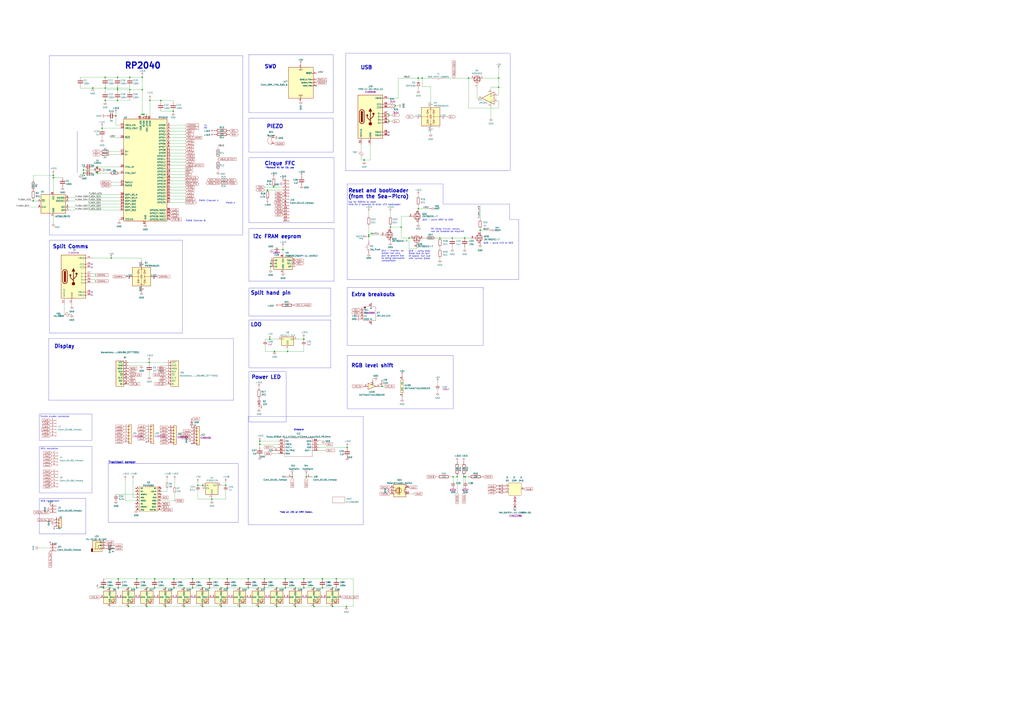
<source format=kicad_sch>
(kicad_sch (version 20221004) (generator eeschema)
  (paper "A1")
  (junction (at 97.155 483.235))
  (junction (at 251.46 391.795))
  (junction (at 375.412 391.795))
  (junction (at 43.815 146.05))
  (junction (at 319.405 99.695))
  (junction (at 105.41 483.235))
  (junction (at 86.36 72.39))
  (junction (at 219.71 156.21))
  (junction (at 166.37 498.475))
  (junction (at 361.315 195.58))
  (junction (at 96.52 63.5))
  (junction (at 142.24 91.44))
  (junction (at 135.89 483.235))
  (junction (at 225.425 288.925) (diameter 1.016))
  (junction (at 43.815 144.145))
  (junction (at 76.2 72.39))
  (junction (at 120.65 483.235))
  (junction (at 346.71 64.135))
  (junction (at 27.305 165.1))
  (junction (at 127 475.615))
  (junction (at 106.68 63.5))
  (junction (at 264.795 483.235))
  (junction (at 172.085 475.615))
  (junction (at 116.84 93.98))
  (junction (at 221.615 278.765) (diameter 1.016))
  (junction (at 249.555 278.765) (diameter 1.016))
  (junction (at 203.835 483.235))
  (junction (at 86.36 82.55))
  (junction (at 122.555 297.815))
  (junction (at 302.895 194.31))
  (junction (at 264.795 475.615))
  (junction (at 158.115 483.235))
  (junction (at 186.69 483.235))
  (junction (at 186.69 475.615))
  (junction (at 173.99 410.21))
  (junction (at 166.37 398.78))
  (junction (at 324.485 86.995))
  (junction (at 120.65 498.475))
  (junction (at 217.17 475.615))
  (junction (at 213.36 365.125))
  (junction (at 116.84 63.5))
  (junction (at 343.535 171.45))
  (junction (at 320.675 186.69))
  (junction (at 196.85 483.235))
  (junction (at 181.61 498.475))
  (junction (at 68.58 139.7))
  (junction (at 151.13 498.475))
  (junction (at 203.835 475.615))
  (junction (at 213.36 362.585))
  (junction (at 276.225 475.615))
  (junction (at 151.13 483.235))
  (junction (at 242.57 483.235))
  (junction (at 284.48 498.475))
  (junction (at 127 483.235))
  (junction (at 112.395 483.235))
  (junction (at 222.25 219.075))
  (junction (at 97.155 475.615))
  (junction (at 222.25 216.535))
  (junction (at 234.315 483.235))
  (junction (at 142.875 475.615))
  (junction (at 185.42 398.78))
  (junction (at 118.11 93.98))
  (junction (at 212.09 483.235))
  (junction (at 249.555 475.615))
  (junction (at 394.335 189.23))
  (junction (at 105.41 498.475))
  (junction (at 249.555 483.235))
  (junction (at 96.52 72.39))
  (junction (at 116.84 73.66))
  (junction (at 313.69 317.5))
  (junction (at 409.575 71.755))
  (junction (at 106.68 73.66))
  (junction (at 85.09 483.235))
  (junction (at 335.915 195.58))
  (junction (at 273.05 498.475))
  (junction (at 91.44 212.09))
  (junction (at 96.52 73.66))
  (junction (at 172.085 483.235))
  (junction (at 381 391.795))
  (junction (at 135.89 498.475))
  (junction (at 382.27 391.795))
  (junction (at 162.56 398.78))
  (junction (at 384.81 64.135))
  (junction (at 95.25 95.25))
  (junction (at 227.33 483.235))
  (junction (at 196.85 498.475))
  (junction (at 257.81 498.475))
  (junction (at 181.61 483.235))
  (junction (at 166.37 483.235))
  (junction (at 86.36 63.5))
  (junction (at 409.575 64.135))
  (junction (at 343.535 64.135) (diameter 1.016))
  (junction (at 142.875 483.235))
  (junction (at 132.08 82.55))
  (junction (at 227.33 498.475))
  (junction (at 80.01 137.16))
  (junction (at 83.82 105.41))
  (junction (at 273.05 483.235))
  (junction (at 240.03 391.795))
  (junction (at 68.58 142.24))
  (junction (at 112.395 475.615))
  (junction (at 242.57 498.475))
  (junction (at 329.565 186.69))
  (junction (at 299.085 131.445) (diameter 1.016))
  (junction (at 234.315 475.615))
  (junction (at 224.79 153.67))
  (junction (at 217.17 483.235))
  (junction (at 302.895 193.04))
  (junction (at 232.41 205.105))
  (junction (at 257.81 483.235))
  (junction (at 371.475 195.58))
  (junction (at 372.11 391.795))
  (junction (at 319.405 94.615))
  (junction (at 381.635 195.58))
  (junction (at 123.19 82.55))
  (junction (at 80.01 142.24))
  (junction (at 212.09 498.475))
  (junction (at 90.17 483.235))
  (junction (at 285.115 367.665))
  (junction (at 96.52 82.55))
  (junction (at 158.115 475.615))
  (junction (at 236.22 288.925))
  (no_connect (at 319.405 108.585))
  (no_connect (at 259.715 70.485))
  (no_connect (at 304.8 249.555))
  (no_connect (at 304.8 266.065))
  (no_connect (at 111.76 416.56))
  (no_connect (at 75.565 219.71))
  (no_connect (at 157.48 364.49))
  (no_connect (at 75.565 217.17))
  (no_connect (at 120.015 363.22))
  (no_connect (at 75.565 240.03))
  (no_connect (at 319.405 111.125))
  (no_connect (at 75.565 242.57))
  (wire (pts (xy 139.7 158.75) (xy 152.4 158.75)))
  (polyline (pts (xy 283.845 43.815) (xy 283.845 140.335)))
  (polyline (pts (xy 32.385 340.36) (xy 32.385 361.95)))
  (wire (pts (xy 179.07 139.7) (xy 179.07 140.97)))
  (wire (pts (xy 366.395 95.885) (xy 367.665 95.885)))
  (wire (pts (xy 139.7 105.41) (xy 152.4 105.41)))
  (polyline (pts (xy 32.385 367.03) (xy 32.385 405.13)))
  (wire (pts (xy 313.69 317.5) (xy 314.96 317.5)))
  (wire (pts (xy 127 483.235) (xy 135.89 483.235)))
  (polyline (pts (xy 199.39 45.72) (xy 199.39 193.04)))
  (wire (pts (xy 86.36 95.25) (xy 87.63 95.25)))
  (wire (pts (xy 384.81 88.9) (xy 409.575 88.9)))
  (wire (pts (xy 212.09 498.475) (xy 227.33 498.475)))
  (polyline (pts (xy 193.04 193.04) (xy 40.64 193.04)))
  (wire (pts (xy 106.68 71.12) (xy 106.68 72.39)))
  (polyline (pts (xy 285.115 335.915) (xy 285.115 292.1)))
  (wire (pts (xy 80.01 142.24) (xy 90.17 142.24)))
  (wire (pts (xy 330.2 327.66) (xy 330.2 326.39)))
  (wire (pts (xy 319.405 99.695) (xy 321.945 99.695)))
  (wire (pts (xy 158.115 475.615) (xy 172.085 475.615)))
  (wire (pts (xy 78.105 229.87) (xy 78.105 232.41)))
  (polyline (pts (xy 195.58 429.26) (xy 195.58 381)))
  (wire (pts (xy 329.565 195.58) (xy 329.565 186.69)))
  (wire (pts (xy 257.81 498.475) (xy 273.05 498.475)))
  (wire (pts (xy 109.22 408.94) (xy 109.22 393.7)))
  (wire (pts (xy 73.025 160.02) (xy 99.06 160.02)))
  (wire (pts (xy 343.535 168.91) (xy 343.535 171.45)))
  (wire (pts (xy 96.52 72.39) (xy 106.68 72.39)))
  (wire (pts (xy 234.315 475.615) (xy 249.555 475.615)))
  (wire (pts (xy 264.795 483.235) (xy 273.05 483.235)))
  (polyline (pts (xy 285.115 292.1) (xy 372.11 292.1)))
  (polyline (pts (xy 372.11 292.1) (xy 372.11 335.915)))
  (wire (pts (xy 78.105 227.33) (xy 75.565 227.33)))
  (wire (pts (xy 76.2 142.24) (xy 80.01 142.24)))
  (wire (pts (xy 75.565 212.09) (xy 91.44 212.09)))
  (wire (pts (xy 139.7 118.11) (xy 152.4 118.11)))
  (wire (pts (xy 139.7 163.83) (xy 152.4 163.83)))
  (wire (pts (xy 139.7 130.81) (xy 152.4 130.81)))
  (wire (pts (xy 86.36 73.66) (xy 96.52 73.66)))
  (wire (pts (xy 25.4 165.1) (xy 27.305 165.1)))
  (wire (pts (xy 212.09 483.235) (xy 217.17 483.235)))
  (polyline (pts (xy 149.86 197.485) (xy 40.64 197.485)))
  (wire (pts (xy 122.555 296.545) (xy 122.555 297.815)))
  (wire (pts (xy 359.41 320.04) (xy 359.41 322.58)))
  (wire (pts (xy 203.835 483.235) (xy 212.09 483.235)))
  (polyline (pts (xy 40.005 278.13) (xy 191.77 278.13)))
  (polyline (pts (xy 193.04 193.04) (xy 199.39 193.04)))
  (wire (pts (xy 257.81 483.235) (xy 264.795 483.235)))
  (wire (pts (xy 56.515 172.72) (xy 61.595 172.72)))
  (wire (pts (xy 27.305 163.83) (xy 27.305 165.1)))
  (wire (pts (xy 139.7 148.59) (xy 152.4 148.59)))
  (polyline (pts (xy 298.45 342.265) (xy 203.835 342.265)))
  (wire (pts (xy 66.04 71.12) (xy 66.04 72.39)))
  (wire (pts (xy 261.62 367.665) (xy 285.115 367.665)))
  (wire (pts (xy 57.785 258.445) (xy 59.055 258.445)))
  (wire (pts (xy 95.25 92.71) (xy 95.25 95.25)))
  (polyline (pts (xy 273.685 125.095) (xy 204.47 125.095)))
  (wire (pts (xy 123.19 82.55) (xy 123.19 95.25)))
  (wire (pts (xy 139.7 135.89) (xy 152.4 135.89)))
  (wire (pts (xy 224.79 367.665) (xy 228.6 367.665)))
  (wire (pts (xy 409.575 78.105) (xy 408.305 78.105)))
  (wire (pts (xy 179.07 129.54) (xy 179.07 132.08)))
  (polyline (pts (xy 426.085 180.34) (xy 418.465 180.34)))
  (wire (pts (xy 302.895 193.04) (xy 313.055 193.04)))
  (wire (pts (xy 116.84 62.23) (xy 116.84 63.5)))
  (polyline (pts (xy 204.47 262.89) (xy 271.78 262.89)))
  (wire (pts (xy 353.695 108.585) (xy 353.695 109.855)))
  (polyline (pts (xy 203.835 349.25) (xy 203.835 431.165)))
  (wire (pts (xy 222.25 216.535) (xy 222.25 219.075)))
  (wire (pts (xy 116.84 93.98) (xy 115.57 93.98)))
  (wire (pts (xy 335.915 195.58) (xy 337.185 195.58)))
  (wire (pts (xy 76.2 137.16) (xy 80.01 137.16)))
  (wire (pts (xy 99.06 102.87) (xy 95.25 102.87)))
  (wire (pts (xy 172.085 475.615) (xy 186.69 475.615)))
  (wire (pts (xy 343.535 182.88) (xy 343.535 184.15)))
  (wire (pts (xy 196.85 483.235) (xy 203.835 483.235)))
  (polyline (pts (xy 63.5 143.51) (xy 63.5 143.51)))
  (wire (pts (xy 118.11 93.98) (xy 116.84 93.98)))
  (wire (pts (xy 320.675 185.42) (xy 320.675 186.69)))
  (wire (pts (xy 361.315 195.58) (xy 371.475 195.58)))
  (wire (pts (xy 68.58 139.7) (xy 68.58 142.24)))
  (wire (pts (xy 371.475 195.58) (xy 381.635 195.58)))
  (wire (pts (xy 83.82 113.03) (xy 83.82 114.3)))
  (polyline (pts (xy 70.485 409.575) (xy 70.485 438.785)))
  (wire (pts (xy 222.885 205.105) (xy 225.425 205.105)))
  (wire (pts (xy 243.84 278.765) (xy 249.555 278.765)))
  (wire (pts (xy 97.79 180.34) (xy 97.79 181.61)))
  (wire (pts (xy 213.36 365.125) (xy 213.36 367.665)))
  (wire (pts (xy 139.7 115.57) (xy 152.4 115.57)))
  (wire (pts (xy 290.195 498.475) (xy 290.195 475.615)))
  (wire (pts (xy 319.405 94.615) (xy 319.405 95.885)))
  (wire (pts (xy 86.36 71.12) (xy 86.36 72.39)))
  (polyline (pts (xy 75.565 367.03) (xy 75.565 405.13)))
  (wire (pts (xy 56.515 162.56) (xy 61.595 162.56)))
  (wire (pts (xy 343.535 64.135) (xy 327.025 64.135)))
  (wire (pts (xy 273.05 498.475) (xy 284.48 498.475)))
  (wire (pts (xy 242.57 483.235) (xy 249.555 483.235)))
  (wire (pts (xy 234.315 483.235) (xy 242.57 483.235)))
  (wire (pts (xy 139.7 153.67) (xy 152.4 153.67)))
  (polyline (pts (xy 88.9 429.26) (xy 195.58 429.26)))
  (wire (pts (xy 249.555 277.495) (xy 249.555 278.765)))
  (polyline (pts (xy 363.855 167.64) (xy 363.855 151.13)))
  (wire (pts (xy 80.01 137.16) (xy 99.06 137.16)))
  (wire (pts (xy 91.44 152.4) (xy 99.06 152.4)))
  (wire (pts (xy 85.09 475.615) (xy 97.155 475.615)))
  (polyline (pts (xy 40.64 273.685) (xy 149.86 273.685)))
  (wire (pts (xy 285.115 367.665) (xy 285.115 368.3)))
  (wire (pts (xy 403.225 88.265) (xy 403.225 97.155)))
  (wire (pts (xy 139.7 125.73) (xy 152.4 125.73)))
  (wire (pts (xy 346.71 64.135) (xy 354.965 64.135)))
  (wire (pts (xy 335.915 195.58) (xy 329.565 195.58)))
  (wire (pts (xy 361.315 212.09) (xy 361.315 213.36)))
  (wire (pts (xy 375.412 405.257) (xy 375.412 391.795)))
  (wire (pts (xy 106.68 63.5) (xy 116.84 63.5)))
  (wire (pts (xy 66.04 63.5) (xy 86.36 63.5)))
  (wire (pts (xy 27.305 148.59) (xy 27.305 144.145)))
  (wire (pts (xy 339.725 95.885) (xy 340.995 95.885)))
  (polyline (pts (xy 40.64 200.025) (xy 40.64 273.685)))
  (wire (pts (xy 276.225 475.615) (xy 290.195 475.615)))
  (wire (pts (xy 139.7 156.21) (xy 152.4 156.21)))
  (wire (pts (xy 139.7 110.49) (xy 152.4 110.49)))
  (wire (pts (xy 85.09 483.235) (xy 90.17 483.235)))
  (wire (pts (xy 296.545 128.905) (xy 296.545 131.445)))
  (wire (pts (xy 261.62 365.125) (xy 267.335 365.125)))
  (wire (pts (xy 403.225 73.025) (xy 403.225 71.755)))
  (wire (pts (xy 217.17 483.235) (xy 227.33 483.235)))
  (wire (pts (xy 72.39 167.64) (xy 99.06 167.64)))
  (wire (pts (xy 225.425 288.925) (xy 236.22 288.925)))
  (wire (pts (xy 343.535 65.405) (xy 343.535 64.135)))
  (wire (pts (xy 227.33 483.235) (xy 234.315 483.235)))
  (wire (pts (xy 166.37 483.235) (xy 172.085 483.235)))
  (wire (pts (xy 132.08 300.355) (xy 136.525 300.355)))
  (wire (pts (xy 259.715 60.325) (xy 260.985 60.325)))
  (wire (pts (xy 75.565 229.87) (xy 78.105 229.87)))
  (polyline (pts (xy 273.685 45.085) (xy 203.835 45.085)))
  (wire (pts (xy 409.575 83.185) (xy 409.575 88.9)))
  (wire (pts (xy 86.36 82.55) (xy 96.52 82.55)))
  (polyline (pts (xy 274.32 182.88) (xy 204.47 182.88)))
  (wire (pts (xy 136.525 297.815) (xy 122.555 297.815)))
  (wire (pts (xy 139.7 140.97) (xy 152.4 140.97)))
  (wire (pts (xy 72.39 172.72) (xy 99.06 172.72)))
  (wire (pts (xy 213.36 362.585) (xy 228.6 362.585)))
  (wire (pts (xy 132.08 82.55) (xy 123.19 82.55)))
  (wire (pts (xy 343.535 73.025) (xy 343.535 74.295)))
  (wire (pts (xy 227.33 498.475) (xy 242.57 498.475)))
  (wire (pts (xy 273.05 483.235) (xy 276.225 483.235)))
  (wire (pts (xy 381.635 195.58) (xy 386.715 195.58)))
  (polyline (pts (xy 204.47 125.095) (xy 204.47 97.155)))
  (wire (pts (xy 329.565 177.8) (xy 335.915 177.8)))
  (wire (pts (xy 343.535 171.45) (xy 352.425 171.45)))
  (wire (pts (xy 162.56 403.86) (xy 162.56 410.21)))
  (wire (pts (xy 359.41 313.69) (xy 359.41 316.23)))
  (wire (pts (xy 116.84 63.5) (xy 116.84 73.66)))
  (wire (pts (xy 203.835 475.615) (xy 217.17 475.615)))
  (polyline (pts (xy 418.465 43.815) (xy 283.845 43.815)))
  (polyline (pts (xy 32.385 367.03) (xy 75.565 367.03)))
  (wire (pts (xy 249.555 278.765) (xy 249.555 280.035)))
  (wire (pts (xy 186.69 475.615) (xy 203.835 475.615)))
  (wire (pts (xy 78.105 224.79) (xy 78.105 227.33)))
  (wire (pts (xy 76.2 71.12) (xy 76.2 72.39)))
  (wire (pts (xy 105.41 498.475) (xy 120.65 498.475)))
  (wire (pts (xy 181.61 398.78) (xy 185.42 398.78)))
  (wire (pts (xy 320.675 173.99) (xy 320.675 177.8)))
  (wire (pts (xy 106.68 73.66) (xy 116.84 73.66)))
  (wire (pts (xy 384.81 64.135) (xy 386.715 64.135)))
  (polyline (pts (xy 70.485 438.785) (xy 32.385 438.785)))
  (wire (pts (xy 320.675 186.69) (xy 320.675 187.96)))
  (wire (pts (xy 236.22 288.925) (xy 249.555 288.925)))
  (wire (pts (xy 90.17 498.475) (xy 105.41 498.475)))
  (wire (pts (xy 343.535 64.135) (xy 346.71 64.135)))
  (wire (pts (xy 261.62 362.585) (xy 261.62 361.95)))
  (wire (pts (xy 96.52 63.5) (xy 106.68 63.5)))
  (wire (pts (xy 229.235 205.105) (xy 232.41 205.105)))
  (polyline (pts (xy 40.64 193.04) (xy 40.64 45.72)))
  (wire (pts (xy 120.65 93.98) (xy 118.11 93.98)))
  (wire (pts (xy 217.805 288.925) (xy 225.425 288.925)))
  (polyline (pts (xy 418.465 167.64) (xy 363.855 167.64)))
  (wire (pts (xy 212.725 334.645) (xy 212.725 335.915)))
  (polyline (pts (xy 203.835 342.265) (xy 203.835 349.25)))
  (wire (pts (xy 223.52 372.745) (xy 228.6 372.745)))
  (wire (pts (xy 324.485 85.725) (xy 324.485 86.995)))
  (polyline (pts (xy 285.115 151.13) (xy 285.115 152.4)))
  (wire (pts (xy 221.615 278.765) (xy 228.6 278.765)))
  (wire (pts (xy 261.62 361.95) (xy 265.43 361.95)))
  (polyline (pts (xy 274.32 231.14) (xy 204.47 231.14)))
  (wire (pts (xy 91.44 149.86) (xy 99.06 149.86)))
  (wire (pts (xy 118.11 93.98) (xy 118.11 95.25)))
  (wire (pts (xy 179.07 120.65) (xy 179.07 121.92)))
  (wire (pts (xy 139.7 113.03) (xy 152.4 113.03)))
  (wire (pts (xy 382.27 391.795) (xy 384.302 391.795)))
  (wire (pts (xy 139.7 166.37) (xy 152.4 166.37)))
  (polyline (pts (xy 204.47 259.715) (xy 271.78 259.715)))
  (wire (pts (xy 384.81 64.135) (xy 384.81 88.9)))
  (wire (pts (xy 139.7 123.19) (xy 152.4 123.19)))
  (polyline (pts (xy 285.115 152.4) (xy 285.115 229.87)))
  (wire (pts (xy 106.68 74.93) (xy 106.68 73.66)))
  (wire (pts (xy 123.19 81.28) (xy 123.19 82.55)))
  (polyline (pts (xy 204.47 245.745) (xy 204.47 247.015)))
  (wire (pts (xy 142.875 483.235) (xy 151.13 483.235)))
  (polyline (pts (xy 204.47 247.015) (xy 204.47 259.715)))
  (wire (pts (xy 143.51 405.13) (xy 143.51 411.48)))
  (wire (pts (xy 116.205 214.63) (xy 116.205 212.09)))
  (wire (pts (xy 111.76 411.48) (xy 102.87 411.48)))
  (polyline (pts (xy 63.5 142.24) (xy 63.5 107.95)))
  (wire (pts (xy 43.815 144.145) (xy 43.815 146.05)))
  (wire (pts (xy 112.395 483.235) (xy 120.65 483.235)))
  (wire (pts (xy 346.71 71.12) (xy 353.695 71.12)))
  (wire (pts (xy 324.485 86.995) (xy 327.025 86.995)))
  (wire (pts (xy 302.895 173.99) (xy 302.895 177.8)))
  (wire (pts (xy 135.89 483.235) (xy 142.875 483.235)))
  (wire (pts (xy 251.46 391.795) (xy 251.46 393.065)))
  (polyline (pts (xy 203.835 431.165) (xy 298.45 431.165)))
  (wire (pts (xy 120.65 95.25) (xy 120.65 93.98)))
  (wire (pts (xy 132.08 411.48) (xy 143.51 411.48)))
  (wire (pts (xy 381 391.795) (xy 382.27 391.795)))
  (wire (pts (xy 396.875 64.135) (xy 409.575 64.135)))
  (wire (pts (xy 249.555 475.615) (xy 264.795 475.615)))
  (wire (pts (xy 217.17 475.615) (xy 234.315 475.615)))
  (wire (pts (xy 132.08 403.86) (xy 137.16 403.86)))
  (polyline (pts (xy 191.77 278.13) (xy 191.77 328.93)))
  (wire (pts (xy 302.895 194.31) (xy 302.895 198.12)))
  (wire (pts (xy 68.58 143.51) (xy 68.58 142.24)))
  (wire (pts (xy 335.915 204.47) (xy 335.915 195.58)))
  (wire (pts (xy 240.03 391.795) (xy 240.03 393.065)))
  (wire (pts (xy 329.565 186.69) (xy 320.675 186.69)))
  (wire (pts (xy 196.85 498.475) (xy 212.09 498.475)))
  (polyline (pts (xy 204.47 45.085) (xy 204.47 92.71)))
  (wire (pts (xy 72.39 170.18) (xy 99.06 170.18)))
  (wire (pts (xy 127 475.615) (xy 142.875 475.615)))
  (wire (pts (xy 222.25 219.075) (xy 222.25 221.615)))
  (wire (pts (xy 381.635 203.2) (xy 381.635 204.47)))
  (polyline (pts (xy 204.47 346.71) (xy 204.47 305.435)))
  (polyline (pts (xy 40.64 197.485) (xy 40.64 200.025)))
  (polyline (pts (xy 285.115 283.845) (xy 285.115 236.22)))
  (wire (pts (xy 86.36 72.39) (xy 96.52 72.39)))
  (wire (pts (xy 75.565 224.79) (xy 78.105 224.79)))
  (polyline (pts (xy 274.32 129.54) (xy 274.32 182.88)))
  (wire (pts (xy 217.805 280.035) (xy 217.805 278.765)))
  (wire (pts (xy 99.06 113.03) (xy 90.17 113.03)))
  (wire (pts (xy 185.42 410.21) (xy 173.99 410.21)))
  (wire (pts (xy 371.475 203.2) (xy 371.475 204.47)))
  (wire (pts (xy 173.99 410.21) (xy 173.99 411.48)))
  (wire (pts (xy 43.815 146.05) (xy 43.815 157.48)))
  (wire (pts (xy 90.17 127) (xy 99.06 127)))
  (wire (pts (xy 66.04 143.51) (xy 68.58 143.51)))
  (wire (pts (xy 361.315 203.2) (xy 361.315 204.47)))
  (wire (pts (xy 31.75 450.215) (xy 41.275 450.215)))
  (wire (pts (xy 137.16 396.24) (xy 137.16 393.7)))
  (wire (pts (xy 158.115 483.235) (xy 166.37 483.235)))
  (polyline (pts (xy 204.47 97.155) (xy 273.685 97.155)))
  (polyline (pts (xy 32.385 409.575) (xy 70.485 409.575)))
  (wire (pts (xy 139.7 107.95) (xy 152.4 107.95)))
  (wire (pts (xy 382.27 391.795) (xy 382.27 396.367)))
  (wire (pts (xy 132.08 82.55) (xy 142.24 82.55)))
  (wire (pts (xy 242.57 498.475) (xy 257.81 498.475)))
  (wire (pts (xy 99.06 105.41) (xy 83.82 105.41)))
  (wire (pts (xy 408.305 83.185) (xy 409.575 83.185)))
  (wire (pts (xy 342.265 204.47) (xy 335.915 204.47)))
  (wire (pts (xy 139.7 138.43) (xy 152.4 138.43)))
  (wire (pts (xy 296.545 118.745) (xy 296.545 123.825)))
  (wire (pts (xy 251.46 390.525) (xy 251.46 391.795)))
  (polyline (pts (xy 75.565 405.13) (xy 32.385 405.13)))
  (wire (pts (xy 96.52 82.55) (xy 106.68 82.55)))
  (wire (pts (xy 236.22 286.385) (xy 236.22 288.925)))
  (wire (pts (xy 120.65 498.475) (xy 135.89 498.475)))
  (wire (pts (xy 343.535 171.45) (xy 343.535 172.72)))
  (wire (pts (xy 151.13 483.235) (xy 158.115 483.235)))
  (wire (pts (xy 403.225 71.755) (xy 409.575 71.755)))
  (wire (pts (xy 213.36 362.585) (xy 213.36 365.125)))
  (polyline (pts (xy 40.64 45.72) (xy 199.39 45.72)))
  (wire (pts (xy 304.165 118.745) (xy 304.165 131.445)))
  (wire (pts (xy 139.7 143.51) (xy 152.4 143.51)))
  (wire (pts (xy 360.045 104.775) (xy 361.315 104.775)))
  (wire (pts (xy 139.7 151.13) (xy 152.4 151.13)))
  (wire (pts (xy 97.79 142.24) (xy 99.06 142.24)))
  (polyline (pts (xy 271.78 262.89) (xy 271.78 302.26)))
  (wire (pts (xy 162.56 398.78) (xy 166.37 398.78)))
  (wire (pts (xy 319.405 99.695) (xy 319.405 100.965)))
  (polyline (pts (xy 298.45 431.165) (xy 298.45 342.265)))
  (polyline (pts (xy 32.385 409.575) (xy 32.385 438.785)))
  (wire (pts (xy 56.515 170.18) (xy 61.595 170.18)))
  (wire (pts (xy 232.41 202.565) (xy 232.41 205.105)))
  (wire (pts (xy 139.7 120.65) (xy 152.4 120.65)))
  (wire (pts (xy 162.56 396.24) (xy 162.56 398.78)))
  (wire (pts (xy 116.84 73.66) (xy 116.84 93.98)))
  (wire (pts (xy 112.395 475.615) (xy 127 475.615)))
  (wire (pts (xy 240.03 390.525) (xy 240.03 391.795)))
  (polyline (pts (xy 372.11 236.22) (xy 396.875 236.22)))
  (wire (pts (xy 181.61 498.475) (xy 196.85 498.475)))
  (wire (pts (xy 249.555 283.845) (xy 249.555 288.925)))
  (wire (pts (xy 213.36 365.125) (xy 228.6 365.125)))
  (wire (pts (xy 90.17 483.235) (xy 97.155 483.235)))
  (polyline (pts (xy 285.115 229.87) (xy 426.085 229.87)))
  (wire (pts (xy 319.405 80.645) (xy 327.025 80.645)))
  (wire (pts (xy 78.105 232.41) (xy 75.565 232.41)))
  (wire (pts (xy 115.57 93.98) (xy 115.57 95.25)))
  (wire (pts (xy 261.62 370.205) (xy 267.335 370.205)))
  (polyline (pts (xy 40.005 278.13) (xy 40.005 328.93)))
  (wire (pts (xy 370.84 391.795) (xy 372.11 391.795)))
  (wire (pts (xy 96.52 73.66) (xy 96.52 74.93)))
  (polyline (pts (xy 418.465 180.34) (xy 418.465 167.64)))
  (wire (pts (xy 394.335 168.91) (xy 394.335 180.34)))
  (wire (pts (xy 76.2 72.39) (xy 86.36 72.39)))
  (wire (pts (xy 357.505 195.58) (xy 361.315 195.58)))
  (wire (pts (xy 122.555 306.705) (xy 122.555 309.245)))
  (wire (pts (xy 120.65 483.235) (xy 127 483.235)))
  (wire (pts (xy 212.725 319.405) (xy 212.725 318.135)))
  (wire (pts (xy 299.085 131.445) (xy 304.165 131.445)))
  (wire (pts (xy 324.485 88.265) (xy 324.485 86.995)))
  (wire (pts (xy 391.795 71.755) (xy 391.795 80.645)))
  (wire (pts (xy 143.51 393.7) (xy 143.51 400.05)))
  (polyline (pts (xy 88.9 381) (xy 88.9 429.26)))
  (polyline (pts (xy 88.9 381) (xy 195.58 381)))
  (wire (pts (xy 99.06 180.34) (xy 97.79 180.34)))
  (wire (pts (xy 86.36 63.5) (xy 96.52 63.5)))
  (wire (pts (xy 409.575 71.755) (xy 409.575 64.135)))
  (wire (pts (xy 342.265 203.2) (xy 342.265 204.47)))
  (polyline (pts (xy 204.47 302.26) (xy 204.47 262.89)))
  (polyline (pts (xy 285.115 236.22) (xy 372.11 236.22)))
  (wire (pts (xy 166.37 498.475) (xy 181.61 498.475)))
  (wire (pts (xy 142.24 82.55) (xy 142.24 83.82)))
  (polyline (pts (xy 234.95 346.71) (xy 204.47 346.71)))
  (wire (pts (xy 139.7 146.05) (xy 152.4 146.05)))
  (wire (pts (xy 139.7 102.87) (xy 152.4 102.87)))
  (wire (pts (xy 372.11 391.795) (xy 375.412 391.795)))
  (wire (pts (xy 307.34 311.15) (xy 306.07 311.15)))
  (polyline (pts (xy 204.47 92.71) (xy 273.685 92.71)))
  (wire (pts (xy 372.11 396.367) (xy 372.11 391.795)))
  (polyline (pts (xy 274.32 187.96) (xy 274.32 231.14)))
  (wire (pts (xy 224.79 153.67) (xy 217.17 153.67)))
  (wire (pts (xy 111.76 408.94) (xy 109.22 408.94)))
  (wire (pts (xy 96.52 71.12) (xy 96.52 72.39)))
  (polyline (pts (xy 273.685 92.71) (xy 273.685 45.085)))
  (wire (pts (xy 219.71 156.21) (xy 232.41 156.21)))
  (wire (pts (xy 82.55 139.7) (xy 83.82 139.7)))
  (wire (pts (xy 43.815 146.05) (xy 51.435 146.05)))
  (wire (pts (xy 80.01 483.235) (xy 85.09 483.235)))
  (wire (pts (xy 313.69 317.5) (xy 312.42 317.5)))
  (wire (pts (xy 347.345 195.58) (xy 349.885 195.58)))
  (wire (pts (xy 139.7 128.27) (xy 152.4 128.27)))
  (polyline (pts (xy 149.86 273.685) (xy 149.86 197.485)))
  (wire (pts (xy 151.13 498.475) (xy 166.37 498.475)))
  (wire (pts (xy 56.515 165.1) (xy 61.595 165.1)))
  (wire (pts (xy 162.56 410.21) (xy 173.99 410.21)))
  (polyline (pts (xy 372.11 335.915) (xy 285.115 335.915)))
  (wire (pts (xy 72.39 165.1) (xy 99.06 165.1)))
  (wire (pts (xy 394.335 189.23) (xy 394.335 190.5)))
  (wire (pts (xy 320.675 198.12) (xy 320.675 199.39)))
  (polyline (pts (xy 271.78 236.855) (xy 204.47 236.855)))
  (wire (pts (xy 105.41 297.815) (xy 122.555 297.815)))
  (wire (pts (xy 217.805 283.845) (xy 217.805 288.925)))
  (wire (pts (xy 302.895 193.04) (xy 302.895 194.31)))
  (wire (pts (xy 217.17 156.21) (xy 219.71 156.21)))
  (wire (pts (xy 409.575 56.515) (xy 409.575 64.135)))
  (wire (pts (xy 132.08 91.44) (xy 142.24 91.44)))
  (polyline (pts (xy 234.95 305.435) (xy 234.95 346.71)))
  (wire (pts (xy 302.895 185.42) (xy 302.895 193.04)))
  (wire (pts (xy 102.87 411.48) (xy 102.87 393.7)))
  (wire (pts (xy 27.305 165.1) (xy 31.115 165.1)))
  (wire (pts (xy 97.155 483.235) (xy 105.41 483.235)))
  (polyline (pts (xy 283.845 140.335) (xy 290.195 140.335)))
  (polyline (pts (xy 271.78 245.745) (xy 271.78 236.855)))
  (wire (pts (xy 105.41 300.355) (xy 116.205 300.355)))
  (wire (pts (xy 137.16 403.86) (xy 137.16 401.32)))
  (wire (pts (xy 335.915 405.765) (xy 339.725 405.765)))
  (wire (pts (xy 409.575 71.755) (xy 409.575 78.105)))
  (wire (pts (xy 86.36 82.55) (xy 86.36 83.82)))
  (wire (pts (xy 66.04 72.39) (xy 76.2 72.39)))
  (polyline (pts (xy 75.565 361.95) (xy 32.385 361.95)))
  (polyline (pts (xy 426.085 229.87) (xy 426.085 180.34)))
  (wire (pts (xy 394.335 189.23) (xy 401.955 189.23)))
  (wire (pts (xy 96.52 73.66) (xy 106.68 73.66)))
  (polyline (pts (xy 290.195 140.335) (xy 418.465 140.335)))
  (wire (pts (xy 285.115 367.03) (xy 285.115 367.665)))
  (wire (pts (xy 181.61 483.235) (xy 186.69 483.235)))
  (wire (pts (xy 139.7 161.29) (xy 152.4 161.29)))
  (polyline (pts (xy 396.875 283.845) (xy 372.11 283.845)))
  (wire (pts (xy 222.25 213.995) (xy 222.25 216.535)))
  (wire (pts (xy 95.25 406.4) (xy 111.76 406.4)))
  (polyline (pts (xy 204.47 305.435) (xy 234.95 305.435)))
  (wire (pts (xy 43.815 142.875) (xy 43.815 144.145)))
  (wire (pts (xy 329.565 177.8) (xy 329.565 186.69)))
  (wire (pts (xy 299.085 131.445) (xy 299.085 132.715)))
  (polyline (pts (xy 396.875 236.22) (xy 396.875 237.49)))
  (polyline (pts (xy 191.77 328.93) (xy 40.005 328.93)))
  (wire (pts (xy 166.37 401.32) (xy 166.37 398.78)))
  (wire (pts (xy 27.305 144.145) (xy 43.815 144.145)))
  (wire (pts (xy 185.42 396.24) (xy 185.42 398.78)))
  (wire (pts (xy 68.58 137.16) (xy 68.58 139.7)))
  (wire (pts (xy 122.555 297.815) (xy 122.555 299.085)))
  (polyline (pts (xy 372.11 283.845) (xy 285.115 283.845)))
  (wire (pts (xy 135.89 498.475) (xy 151.13 498.475)))
  (wire (pts (xy 142.24 91.44) (xy 142.24 92.71)))
  (wire (pts (xy 306.07 311.15) (xy 306.07 312.42)))
  (wire (pts (xy 353.695 71.12) (xy 353.695 83.185)))
  (polyline (pts (xy 204.47 231.14) (xy 204.47 187.96)))
  (wire (pts (xy 249.555 483.235) (xy 257.81 483.235)))
  (polyline (pts (xy 32.385 340.36) (xy 75.565 340.36)))
  (wire (pts (xy 232.41 205.105) (xy 232.41 208.915)))
  (wire (pts (xy 394.335 187.96) (xy 394.335 189.23)))
  (polyline (pts (xy 204.47 129.54) (xy 274.32 129.54)))
  (wire (pts (xy 72.39 162.56) (xy 99.06 162.56)))
  (wire (pts (xy 186.69 483.235) (xy 196.85 483.235)))
  (wire (pts (xy 139.7 133.35) (xy 152.4 133.35)))
  (wire (pts (xy 343.535 160.02) (xy 343.535 161.29)))
  (wire (pts (xy 132.08 83.82) (xy 132.08 82.55)))
  (wire (pts (xy 142.875 475.615) (xy 158.115 475.615)))
  (wire (pts (xy 365.125 64.135) (xy 384.81 64.135)))
  (wire (pts (xy 43.815 177.8) (xy 43.815 183.515)))
  (polyline (pts (xy 419.1 140.335) (xy 419.1 43.815)))
  (polyline (pts (xy 271.78 259.715) (xy 271.78 245.745)))
  (polyline (pts (xy 75.565 340.36) (xy 75.565 361.95)))
  (wire (pts (xy 319.405 93.345) (xy 319.405 94.615)))
  (wire (pts (xy 91.44 212.09) (xy 116.205 212.09)))
  (wire (pts (xy 105.41 483.235) (xy 112.395 483.235)))
  (wire (pts (xy 83.82 104.14) (xy 83.82 105.41)))
  (wire (pts (xy 391.795 80.645) (xy 393.065 80.645)))
  (wire (pts (xy 172.085 483.235) (xy 181.61 483.235)))
  (wire (pts (xy 86.36 74.93) (xy 86.36 73.66)))
  (polyline (pts (xy 204.47 182.88) (xy 204.47 130.175)))
  (polyline (pts (xy 204.47 187.96) (xy 274.32 187.96)))
  (wire (pts (xy 52.705 250.19) (xy 52.705 258.445)))
  (wire (pts (xy 185.42 403.86) (xy 185.42 410.21)))
  (wire (pts (xy 264.795 475.615) (xy 276.225 475.615)))
  (polyline (pts (xy 273.685 97.155) (xy 273.685 125.095)))
  (wire (pts (xy 217.805 278.765) (xy 221.615 278.765)))
  (wire (pts (xy 232.41 153.67) (xy 224.79 153.67)))
  (polyline (pts (xy 271.78 302.26) (xy 204.47 302.26)))
  (polyline (pts (xy 396.875 236.855) (xy 396.875 283.845)))
  (wire (pts (xy 97.155 475.615) (xy 112.395 475.615)))
  (wire (pts (xy 284.48 498.475) (xy 290.195 498.475)))
  (polyline (pts (xy 204.47 236.855) (xy 204.47 245.745)))
  (wire (pts (xy 59.055 250.19) (xy 59.055 251.46)))
  (wire (pts (xy 95.25 95.25) (xy 95.25 102.87)))
  (wire (pts (xy 319.405 94.615) (xy 321.945 94.615)))
  (wire (pts (xy 77.47 139.7) (xy 68.58 139.7)))
  (wire (pts (xy 319.405 98.425) (xy 319.405 99.695)))
  (wire (pts (xy 327.025 64.135) (xy 327.025 80.645)))
  (wire (pts (xy 24.13 170.18) (xy 31.115 170.18)))
  (polyline (pts (xy 363.855 151.13) (xy 285.115 151.13)))
  (wire (pts (xy 381 391.795) (xy 381 405.257)))
  (wire (pts (xy 346.71 71.12) (xy 346.71 64.135)))
  (wire (pts (xy 173.99 408.94) (xy 173.99 410.21)))
  (wire (pts (xy 296.545 131.445) (xy 299.085 131.445)))
  (wire (pts (xy 90.17 124.46) (xy 99.06 124.46)))
  (text "Split Comms" (at 43.18 204.47 0) (effects (font (size 3 3) bold) (justify left bottom)))
  (text "Display" (at 44.45 286.385 0) (effects (font (size 3 3) bold) (justify left bottom)))
  (text "Q1A - inverter, as \nbutton can only \npull to ground due\nto being backwards\ncompatiable" (at 313.309 215.138 0) (effects (font (size 1.27 1.27)) (justify left bottom)))
  (text "*Add an LRA or ERM motor." (at 229.616 421.767 0) (effects (font (size 1.27 1.27) bold) (justify left bottom)))
  (text "Tap for 500ms to reset\nHold for 2 seconds to enter UF2 bootloader" (at 285.877 168.91 0) (effects (font (size 1.27 1.27)) (justify left bottom)))
  (text "Reset and bootloader\n(from the Sea-Picro)" (at 285.877 163.322 0) (effects (font (size 3 3) bold) (justify left bottom)))
  (text "RGB connectors" (at 48.641 412.623 0) (effects (font (size 1.27 1.27)) (justify right bottom)))
  (text "PIEZO\n" (at 218.821 105.664 0) (effects (font (size 3 3) (thickness 0.6) bold) (justify left bottom)))
  (text "TX\n" (at 167.64 104.14 0) (effects (font (size 1.27 1.27)) (justify left bottom)))
  (text "Split hand pin" (at 205.74 242.57 0) (effects (font (size 3 3) bold) (justify left bottom)))
  (text "SWD\n" (at 217.17 56.515 0) (effects (font (size 3 3) bold) (justify left bottom)))
  (text "RP2040" (at 102.108 56.896 0) (effects (font (size 5 5) (thickness 1) bold) (justify left bottom)))
  (text "Q2A - pulls nRST to GND" (at 346.964 181.483 0) (effects (font (size 1.27 1.27)) (justify left bottom)))
  (text "Power LED" (at 206.375 311.785 0) (effects (font (size 3 3) bold) (justify left bottom)))
  (text "Q2B - pulls nCS to GND" (at 397.129 200.533 0) (effects (font (size 1.27 1.27)) (justify left bottom)))
  (text "i2c FRAM eeprom" (at 207.645 196.215 0) (effects (font (size 3 3) bold) (justify left bottom)))
  (text "USB" (at 296.037 57.277 0) (effects (font (size 3 3) bold) (justify left bottom)))
  (text "LDO\n" (at 205.74 268.605 0) (effects (font (size 3 3) bold) (justify left bottom)))
  (text "Trackball sensor" (at 88.9 381 0) (effects (font (size 1.778 1.778) (thickness 0.3556) bold) (justify left bottom)))
  (text "Thumb cluster connector" (at 57.023 343.154 0) (effects (font (size 1.27 1.27)) (justify right bottom)))
  (text "PWM6 Channel B\n" (at 152.4 182.245 0) (effects (font (size 1.27 1.27)) (justify left bottom)))
  (text "RX\n" (at 167.64 106.045 0) (effects (font (size 1.27 1.27)) (justify left bottom)))
  (text "RC Delay circuit, values\ncan be tweaked as required" (at 353.949 191.008 0) (effects (font (size 1.27 1.27)) (justify left bottom)))
  (text "Cirque FFC" (at 217.17 136.144 0) (effects (font (size 3 3) (thickness 0.6) bold) (justify left bottom)))
  (text "PWM3 A" (at 185.42 167.64 0) (effects (font (size 1.27 1.27)) (justify left bottom)))
  (text "MCU connector" (at 47.879 369.57 0) (effects (font (size 1.27 1.27)) (justify right bottom)))
  (text "Onboard" (at 241.3 353.949 0) (effects (font (size 1.27 1.27) bold) (justify left bottom)))
  (text "PWM4 Channel A\n" (at 163.195 165.735 0) (effects (font (size 1.27 1.27)) (justify left bottom)))
  (text "RGB level shift" (at 288.29 302.26 0) (effects (font (size 3 3) bold) (justify left bottom)))
  (text "*Remove R1 for i2c use" (at 217.932 138.684 0) (effects (font (size 1.27 1.27) bold) (justify left bottom)))
  (text "Q1B - using body \ndiode due to lack\nof space. Can sub\nwith normal diode" (at 335.534 213.233 0) (effects (font (size 1.27 1.27)) (justify left bottom)))
  (text "Extra breakouts" (at 288.29 243.84 0) (effects (font (size 3 3) bold) (justify left bottom)))
  (label "FLASH_SD0" (at 61.595 162.56 0))
  (label "BOOT" (at 401.955 189.23 180))
  (label "FLASH_nCS" (at 73.025 160.02 0))
  (label "FLASH_SD0" (at 72.39 165.1 0))
  (label "VBUS" (at 331.47 64.135 0))
  (label "FLASH_SD2" (at 72.39 170.18 0))
  (label "VBUS" (at 179.07 120.65 0))
  (label "nRST" (at 90.17 113.03 0))
  (label "SWITCH" (at 304.165 193.04 0))
  (label "FLASH_SCK" (at 24.13 170.18 180))
  (label "FLASH_SD2" (at 61.595 170.18 0))
  (label "nRST" (at 260.985 60.325 0))
  (label "nRST" (at 352.425 171.45 180))
  (label "FLASH_SD1" (at 61.595 165.1 0))
  (label "FLASH_SD3" (at 61.595 172.72 0))
  (label "FLASH_SD3" (at 72.39 172.72 0))
  (label "FLASH_SD1" (at 72.39 167.64 0))
  (label "FLASH_nCS" (at 25.4 165.1 180))
  (label "FLASH_SCK" (at 72.39 162.56 0))
  (label "FLASH_nCS" (at 394.335 168.91 270))
  (global_label "OUT-" (shape input) (at 267.335 370.205 0) (property "Intersheet References" "${INTERSHEET_REFS}" (effects hide)))
  (global_label "col5" (shape input) (at 138.43 358.775 180) (property "Intersheet References" "${INTERSHEET_REFS}" (effects hide)))
  (global_label "SCK" (shape input) (at 105.41 305.435 0) (property "Intersheet References" "${INTERSHEET_REFS}" (effects hide)))
  (global_label "col3" (shape input) (at 42.545 372.11 180) (property "Intersheet References" "${INTERSHEET_REFS}" (effects hide)))
  (global_label "SWDIO" (shape input) (at 91.44 152.4 180) (property "Intersheet References" "${INTERSHEET_REFS}" (effects hide)))
  (global_label "DC" (shape output) (at 152.4 143.51 0) (property "Intersheet References" "${INTERSHEET_REFS}" (effects hide)))
  (global_label "col2" (shape input) (at 101.6 360.68 180) (property "Intersheet References" "${INTERSHEET_REFS}" (effects hide)))
  (global_label "COMMS-" (shape input) (at 78.105 226.06 0) (property "Intersheet References" "${INTERSHEET_REFS}" (effects hide)))
  (global_label "col4" (shape input) (at 41.275 350.52 180) (property "Intersheet References" "${INTERSHEET_REFS}" (effects hide)))
  (global_label "NCS" (shape input) (at 232.41 171.45 180) (property "Intersheet References" "${INTERSHEET_REFS}" (effects hide)))
  (global_label "row3" (shape input) (at 152.4 156.21 0) (property "Intersheet References" "${INTERSHEET_REFS}" (effects hide)))
  (global_label "row4" (shape input) (at 138.43 351.155 180) (property "Intersheet References" "${INTERSHEET_REFS}" (effects hide)))
  (global_label "row4" (shape input) (at 152.4 133.35 0) (property "Intersheet References" "${INTERSHEET_REFS}" (effects hide)))
  (global_label "SCL" (shape bidirectional) (at 242.57 216.535 0) (property "Intersheet References" "${INTERSHEET_REFS}" (effects hide)))
  (global_label "SPLIT_HAND" (shape input) (at 152.4 113.03 0) (property "Intersheet References" "${INTERSHEET_REFS}" (effects hide)))
  (global_label "row1" (shape input) (at 42.545 374.65 180) (property "Intersheet References" "${INTERSHEET_REFS}" (effects hide)))
  (global_label "row6" (shape input) (at 430.53 401.955 0) (property "Intersheet References" "${INTERSHEET_REFS}" (effects hide)))
  (global_label "AUDIO" (shape input) (at 225.425 118.11 0) (property "Intersheet References" "${INTERSHEET_REFS}" (effects hide)))
  (global_label "COMMS+" (shape input) (at 128.905 227.33 0) (property "Intersheet References" "${INTERSHEET_REFS}" (effects hide)))
  (global_label "col5" (shape input) (at 41.275 345.44 180) (property "Intersheet References" "${INTERSHEET_REFS}" (effects hide)))
  (global_label "col6" (shape input) (at 139.7 172.72 0) (property "Intersheet References" "${INTERSHEET_REFS}" (effects hide)))
  (global_label "row2" (shape input) (at 152.4 125.73 0) (property "Intersheet References" "${INTERSHEET_REFS}" (effects hide)))
  (global_label "LCD_BL" (shape input) (at 136.525 315.595 180) (property "Intersheet References" "${INTERSHEET_REFS}" (effects hide)))
  (global_label "SCL" (shape input) (at 267.335 365.125 0) (property "Intersheet References" "${INTERSHEET_REFS}" (effects hide)))
  (global_label "MOSI" (shape input) (at 232.41 166.37 180) (property "Intersheet References" "${INTERSHEET_REFS}" (effects hide)))
  (global_label "row1" (shape input) (at 120.015 353.06 180) (property "Intersheet References" "${INTERSHEET_REFS}" (effects hide)))
  (global_label "MOSI" (shape input) (at 105.41 302.895 0) (property "Intersheet References" "${INTERSHEET_REFS}" (effects hide)))
  (global_label "LED_3v" (shape output) (at 152.4 166.37 0) (property "Intersheet References" "${INTERSHEET_REFS}" (effects hide)))
  (global_label "MOSI" (shape input) (at 132.08 414.02 0) (property "Intersheet References" "${INTERSHEET_REFS}" (effects hide)))
  (global_label "SCL" (shape bidirectional) (at 152.4 110.49 0) (property "Intersheet References" "${INTERSHEET_REFS}" (effects hide)))
  (global_label "SDA" (shape bidirectional) (at 188.595 110.49 0) (property "Intersheet References" "${INTERSHEET_REFS}" (effects hide)))
  (global_label "D+" (shape bidirectional) (at 82.55 124.46 180) (property "Intersheet References" "${INTERSHEET_REFS}" (effects hide)))
  (global_label "MOSI_PIN" (shape output) (at 180.34 150.495 180) (property "Intersheet References" "${INTERSHEET_REFS}" (effects hide)))
  (global_label "MOTION" (shape input) (at 132.08 419.1 0) (property "Intersheet References" "${INTERSHEET_REFS}" (effects hide)))
  (global_label "VBUS_DETECT" (shape input) (at 152.4 135.89 0) (property "Intersheet References" "${INTERSHEET_REFS}" (effects hide)))
  (global_label "row2" (shape input) (at 42.545 382.27 180) (property "Intersheet References" "${INTERSHEET_REFS}" (effects hide)))
  (global_label "col3" (shape input) (at 101.6 363.22 180) (property "Intersheet References" "${INTERSHEET_REFS}" (effects hide)))
  (global_label "OUT-" (shape input) (at 240.03 393.065 270) (property "Intersheet References" "${INTERSHEET_REFS}" (effects hide)))
  (global_label "SDA" (shape bidirectional) (at 295.91 257.175 180) (property "Intersheet References" "${INTERSHEET_REFS}" (effects hide)))
  (global_label "D-" (shape bidirectional) (at 339.725 95.885 180) (property "Intersheet References" "${INTERSHEET_REFS}" (effects hide)))
  (global_label "col2" (shape input) (at 120.015 355.6 180) (property "Intersheet References" "${INTERSHEET_REFS}" (effects hide)))
  (global_label "col5" (shape input) (at 42.545 394.97 180) (property "Intersheet References" "${INTERSHEET_REFS}" (effects hide)))
  (global_label "SCK" (shape input) (at 132.08 416.56 0) (property "Intersheet References" "${INTERSHEET_REFS}" (effects hide)))
  (global_label "SPLIT_HAND" (shape input) (at 241.935 250.825 0) (property "Intersheet References" "${INTERSHEET_REFS}" (effects hide)))
  (global_label "SCL" (shape bidirectional) (at 188.595 107.315 0) (property "Intersheet References" "${INTERSHEET_REFS}" (effects hide)))
  (global_label "col6" (shape input) (at 41.275 347.98 180) (property "Intersheet References" "${INTERSHEET_REFS}" (effects hide)))
  (global_label "NCS" (shape output) (at 152.4 138.43 0) (property "Intersheet References" "${INTERSHEET_REFS}" (effects hide)))
  (global_label "D-" (shape bidirectional) (at 82.55 127 180) (property "Intersheet References" "${INTERSHEET_REFS}" (effects hide)))
  (global_label "NCS" (shape input) (at 132.08 408.94 0) (property "Intersheet References" "${INTERSHEET_REFS}" (effects hide)))
  (global_label "col1" (shape input) (at 42.545 379.73 180) (property "Intersheet References" "${INTERSHEET_REFS}" (effects hide)))
  (global_label "ENCA1" (shape input) (at 381 405.257 270) (property "Intersheet References" "${INTERSHEET_REFS}" (effects hide)))
  (global_label "col2" (shape input) (at 42.545 377.19 180) (property "Intersheet References" "${INTERSHEET_REFS}" (effects hide)))
  (global_label "D-" (shape bidirectional) (at 321.945 94.615 0) (property "Intersheet References" "${INTERSHEET_REFS}" (effects hide)))
  (global_label "VBUS_FUSED" (shape input) (at 372.745 64.135 90) (property "Intersheet References" "${INTERSHEET_REFS}" (effects hide)))
  (global_label "D+" (shape bidirectional) (at 367.665 95.885 0) (property "Intersheet References" "${INTERSHEET_REFS}" (effects hide)))
  (global_label "LED_5v_OUT" (shape input) (at 280.67 490.855 0) (property "Intersheet References" "${INTERSHEET_REFS}" (effects hide)))
  (global_label "ENCB1" (shape input) (at 320.675 405.765 180) (property "Intersheet References" "${INTERSHEET_REFS}" (effects hide)))
  (global_label "row5" (shape input) (at 157.48 354.33 180) (property "Intersheet References" "${INTERSHEET_REFS}" (effects hide)))
  (global_label "row5" (shape input) (at 138.43 363.855 180) (property "Intersheet References" "${INTERSHEET_REFS}" (effects hide)))
  (global_label "SCK" (shape input) (at 232.41 176.53 180) (property "Intersheet References" "${INTERSHEET_REFS}" (effects hide)))
  (global_label "LED_5v_OUT" (shape input) (at 44.45 427.355 180) (property "Intersheet References" "${INTERSHEET_REFS}" (effects hide)))
  (global_label "col4" (shape input) (at 101.6 355.6 180) (property "Intersheet References" "${INTERSHEET_REFS}" (effects hide)))
  (global_label "COMMS+" (shape input) (at 78.105 231.14 0) (property "Intersheet References" "${INTERSHEET_REFS}" (effects hide)))
  (global_label "ENCA1" (shape input) (at 320.675 400.685 180) (property "Intersheet References" "${INTERSHEET_REFS}" (effects hide)))
  (global_label "LCD_BL" (shape input) (at 105.41 315.595 0) (property "Intersheet References" "${INTERSHEET_REFS}" (effects hide)))
  (global_label "row5" (shape input) (at 139.7 175.26 0) (property "Intersheet References" "${INTERSHEET_REFS}" (effects hide)))
  (global_label "row5" (shape input) (at 41.275 353.06 180) (property "Intersheet References" "${INTERSHEET_REFS}" (effects hide)))
  (global_label "RST" (shape output) (at 152.4 140.97 0) (property "Intersheet References" "${INTERSHEET_REFS}" (effects hide)))
  (global_label "col1" (shape input) (at 407.67 399.415 180) (property "Intersheet References" "${INTERSHEET_REFS}" (effects hide)))
  (global_label "ENCB" (shape input) (at 152.4 130.81 0) (property "Intersheet References" "${INTERSHEET_REFS}" (effects hide)))
  (global_label "col2" (shape input) (at 407.67 401.955 180) (property "Intersheet References" "${INTERSHEET_REFS}" (effects hide)))
  (global_label "col4" (shape input) (at 138.43 356.235 180) (property "Intersheet References" "${INTERSHEET_REFS}" (effects hide)))
  (global_label "col6" (shape input) (at 101.6 353.06 180) (property "Intersheet References" "${INTERSHEET_REFS}" (effects hide)))
  (global_label "col3" (shape input) (at 152.4 115.57 0) (property "Intersheet References" "${INTERSHEET_REFS}" (effects hide)))
  (global_label "VBUS_DETECT" (shape input) (at 179.07 130.81 0) (property "Intersheet References" "${INTERSHEET_REFS}" (effects hide)))
  (global_label "col4" (shape input) (at 42.545 392.43 180) (property "Intersheet References" "${INTERSHEET_REFS}" (effects hide)))
  (global_label "row6" (shape input) (at 86.36 445.77 0) (property "Intersheet References" "${INTERSHEET_REFS}" (effects hide)))
  (global_label "COMMS-" (shape input) (at 152.4 102.87 0) (property "Intersheet References" "${INTERSHEET_REFS}" (effects hide)))
  (global_label "LED_3v" (shape input) (at 298.45 317.5 180) (property "Intersheet References" "${INTERSHEET_REFS}" (effects hide)))
  (global_label "SCK_PIN" (shape output) (at 180.34 147.955 180) (property "Intersheet References" "${INTERSHEET_REFS}" (effects hide)))
  (global_label "row5" (shape input) (at 339.725 405.765 0) (property "Intersheet References" "${INTERSHEET_REFS}" (effects hide)))
  (global_label "row6" (shape input) (at 139.7 177.8 0) (property "Intersheet References" "${INTERSHEET_REFS}" (effects hide)))
  (global_label "OLED_CS" (shape input) (at 105.41 307.975 0) (property "Intersheet References" "${INTERSHEET_REFS}" (effects hide)))
  (global_label "DC" (shape input) (at 136.525 310.515 180) (property "Intersheet References" "${INTERSHEET_REFS}" (effects hide)))
  (global_label "SCL" (shape bidirectional) (at 217.17 156.21 180) (property "Intersheet References" "${INTERSHEET_REFS}" (effects hide)))
  (global_label "col5" (shape input) (at 152.4 161.29 0) (property "Intersheet References" "${INTERSHEET_REFS}" (effects hide)))
  (global_label "RST" (shape input) (at 105.41 313.055 0) (property "Intersheet References" "${INTERSHEET_REFS}" (effects hide)))
  (global_label "SCK" (shape output) (at 187.96 147.955 0) (property "Intersheet References" "${INTERSHEET_REFS}" (effects hide)))
  (global_label "ENCA1" (shape input) (at 157.48 356.87 180) (property "Intersheet References" "${INTERSHEET_REFS}" (effects hide)))
  (global_label "OUT+" (shape input) (at 224.79 367.665 180) (property "Intersheet References" "${INTERSHEET_REFS}" (effects hide)))
  (global_label "SDA" (shape bidirectional) (at 152.4 107.95 0) (property "Intersheet References" "${INTERSHEET_REFS}" (effects hide)))
  (global_label "SWCLK" (shape input) (at 259.715 65.405 0) (property "Intersheet References" "${INTERSHEET_REFS}" (effects hide)))
  (global_label "COMMS-" (shape input) (at 103.505 227.33 180) (property "Intersheet References" "${INTERSHEET_REFS}" (effects hide)))
  (global_label "col3" (shape input) (at 407.67 404.495 180) (property "Intersheet References" "${INTERSHEET_REFS}" (effects hide)))
  (global_label "D+" (shape bidirectional) (at 321.945 99.695 0) (property "Intersheet References" "${INTERSHEET_REFS}" (effects hide)))
  (global_label "MOSI" (shape output) (at 187.96 150.495 0) (property "Intersheet References" "${INTERSHEET_REFS}" (effects hide)))
  (global_label "ENCA" (shape input) (at 152.4 128.27 0) (property "Intersheet References" "${INTERSHEET_REFS}" (effects hide)))
  (global_label "MISO" (shape input) (at 152.4 153.67 0) (property "Intersheet References" "${INTERSHEET_REFS}" (effects hide)))
  (global_label "col6" (shape input) (at 138.43 361.315 180) (property "Intersheet References" "${INTERSHEET_REFS}" (effects hide)))
  (global_label "col1" (shape input) (at 152.4 123.19 0) (property "Intersheet References" "${INTERSHEET_REFS}" (effects hide)))
  (global_label "row2" (shape input) (at 120.015 360.68 180) (property "Intersheet References" "${INTERSHEET_REFS}" (effects hide)))
  (global_label "row5" (shape input) (at 42.545 400.05 180) (property "Intersheet References" "${INTERSHEET_REFS}" (effects hide)))
  (global_label "OUT+" (shape input) (at 251.46 393.065 270) (property "Intersheet References" "${INTERSHEET_REFS}" (effects hide)))
  (global_label "col1" (shape input) (at 335.915 400.685 0) (property "Intersheet References" "${INTERSHEET_REFS}" (effects hide)))
  (global_label "SDA" (shape input) (at 223.52 372.745 180) (property "Intersheet References" "${INTERSHEET_REFS}" (effects hide)))
  (global_label "ENCB1" (shape input) (at 157.48 359.41 180) (property "Intersheet References" "${INTERSHEET_REFS}" (effects hide)))
  (global_label "col3" (shape input) (at 120.015 350.52 180) (property "Intersheet References" "${INTERSHEET_REFS}" (effects hide)))
  (global_label "OLED_CS" (shape output) (at 152.4 146.05 0) (property "Intersheet References" "${INTERSHEET_REFS}" (effects hide)))
  (global_label "MOSI_PIN" (shape output) (at 152.4 151.13 0) (property "Intersheet References" "${INTERSHEET_REFS}" (effects hide)))
  (global_label "ENCB1" (shape input) (at 375.412 405.257 270) (property "Intersheet References" "${INTERSHEET_REFS}" (effects hide)))
  (global_label "col5" (shape input) (at 93.98 450.85 0) (property "Intersheet References" "${INTERSHEET_REFS}" (effects hide)))
  (global_label "col4" (shape input) (at 93.98 448.31 0) (property "Intersheet References" "${INTERSHEET_REFS}" (effects hide)))
  (global_label "ENCB" (shape input) (at 358.14 391.795 180) (property "Intersheet References" "${INTERSHEET_REFS}" (effects hide)))
  (global_label "RST" (shape input) (at 136.525 313.055 180) (property "Intersheet References" "${INTERSHEET_REFS}" (effects hide)))
  (global_label "MISO" (shape output) (at 232.41 173.99 180) (property "Intersheet References" "${INTERSHEET_REFS}" (effects hide)))
  (global_label "col6" (shape input) (at 42.545 397.51 180) (property "Intersheet References" "${INTERSHEET_REFS}" (effects hide)))
  (global_label "col5" (shape input) (at 101.6 350.52 180) (property "Intersheet References" "${INTERSHEET_REFS}" (effects hide)))
  (global_label "SCK_PIN" (shape output) (at 152.4 148.59 0) (property "Intersheet References" "${INTERSHEET_REFS}" (effects hide)))
  (global_label "COMMS+" (shape input) (at 152.4 105.41 0) (property "Intersheet References" "${INTERSHEET_REFS}" (effects hide)))
  (global_label "col2" (shape input) (at 152.4 120.65 0) (property "Intersheet References" "${INTERSHEET_REFS}" (effects hide)))
  (global_label "col1" (shape input) (at 157.48 344.17 0) (property "Intersheet References" "${INTERSHEET_REFS}" (effects hide)))
  (global_label "AUDIO" (shape output) (at 152.4 163.83 0) (property "Intersheet References" "${INTERSHEET_REFS}" (effects hide)))
  (global_label "LCD_BL" (shape input) (at 139.7 180.34 0) (property "Intersheet References" "${INTERSHEET_REFS}" (effects hide)))
  (global_label "col4" (shape input) (at 152.4 158.75 0) (property "Intersheet References" "${INTERSHEET_REFS}" (effects hide)))
  (global_label "row1" (shape input) (at 152.4 118.11 0) (property "Intersheet References" "${INTERSHEET_REFS}" (effects hide)))
  (global_label "row3" (shape input) (at 138.43 353.695 180) (property "Intersheet References" "${INTERSHEET_REFS}" (effects hide)))
  (global_label "MOSI" (shape input) (at 136.525 302.895 180) (property "Intersheet References" "${INTERSHEET_REFS}" (effects hide)))
  (global_label "SCL" (shape bidirectional) (at 295.91 254.635 180) (property "Intersheet References" "${INTERSHEET_REFS}" (effects hide)))
  (global_label "SDA" (shape bidirectional) (at 242.57 213.995 0) (property "Intersheet References" "${INTERSHEET_REFS}" (effects hide)))
  (global_label "MISO" (shape input) (at 143.51 411.48 0) (property "Intersheet References" "${INTERSHEET_REFS}" (effects hide)))
  (global_label "DR0" (shape input) (at 232.41 168.91 180) (property "Intersheet References" "${INTERSHEET_REFS}" (effects hide)))
  (global_label "row5" (shape input) (at 101.6 358.14 180) (property "Intersheet References" "${INTERSHEET_REFS}" (effects hide)))
  (global_label "LED_5v_OUT" (shape input) (at 41.275 421.005 180) (property "Intersheet References" "${INTERSHEET_REFS}" (effects hide)))
  (global_label "MB3" (shape input) (at 232.41 163.83 180) (property "Intersheet References" "${INTERSHEET_REFS}" (effects hide)))
  (global_label "LED_5v" (shape input) (at 82.55 490.855 180) (property "Intersheet References" "${INTERSHEET_REFS}" (effects hide)))
  (global_label "SCK" (shape input) (at 136.525 305.435 180) (property "Intersheet References" "${INTERSHEET_REFS}" (effects hide)))
  (global_label "LED_5v_OUT" (shape input) (at 41.275 452.755 270) (property "Intersheet References" "${INTERSHEET_REFS}" (effects hide)))
  (global_label "col2" (shape input) (at 41.275 355.6 180) (property "Intersheet References" "${INTERSHEET_REFS}" (effects hide)))
  (global_label "col3" (shape input) (at 41.275 358.14 180) (property "Intersheet References" "${INTERSHEET_REFS}" (effects hide)))
  (global_label "SWDIO" (shape input) (at 259.715 67.945 0) (property "Intersheet References" "${INTERSHEET_REFS}" (effects hide)))
  (global_label "LED_5v" (shape input) (at 314.96 317.5 0) (property "Intersheet References" "${INTERSHEET_REFS}" (effects hide)))
  (global_label "DC" (shape input) (at 105.41 310.515 0) (property "Intersheet References" "${INTERSHEET_REFS}" (effects hide)))
  (global_label "MB1" (shape input) (at 232.41 158.75 180) (property "Intersheet References" "${INTERSHEET_REFS}" (effects hide)))
  (global_label "row4" (shape input) (at 42.545 387.35 180) (property "Intersheet References" "${INTERSHEET_REFS}" (effects hide)))
  (global_label "SDA" (shape bidirectional) (at 217.17 153.67 180) (property "Intersheet References" "${INTERSHEET_REFS}" (effects hide)))
  (global_label "OLED_CS" (shape input) (at 136.525 307.975 180) (property "Intersheet References" "${INTERSHEET_REFS}" (effects hide)))
  (global_label "col1" (shape input) (at 120.015 358.14 180) (property "Intersheet References" "${INTERSHEET_REFS}" (effects hide)))
  (global_label "row3" (shape input) (at 42.545 389.89 180) (property "Intersheet References" "${INTERSHEET_REFS}" (effects hide)))
  (global_label "MB2" (shape input) (at 232.41 161.29 180) (property "Intersheet References" "${INTERSHEET_REFS}" (effects hide)))
  (global_label "SWCLK" (shape input) (at 91.44 149.86 180) (property "Intersheet References" "${INTERSHEET_REFS}" (effects hide)))
  (global_label "ENCA" (shape input) (at 397.002 391.795 0) (property "Intersheet References" "${INTERSHEET_REFS}" (effects hide)))
  (symbol (lib_id "Connector:TestPoint") (at 240.03 390.525 0) (unit 1) (in_bom no)
    (property "Reference" "TP2" (at 238.76 382.905 0) (effects (justify left)))
    (property "Value" "TestPoint" (at 236.855 385.445 0) (effects (justify left)))
    (property "Footprint" "kbd:TESTPOINT_PAD_2MM" (effects hide))
  )
  (symbol (lib_id "Connector:Conn_01x01_Female") (at 234.95 391.795 180) (unit 1) (in_bom no)
    (property "Reference" "J14" (at 233.045 391.795 0))
    (property "Value" "Conn_01x01_Female" (at 226.06 394.335 0))
    (property "Footprint" "prettylib:1X01_OVAL" (effects hide))
  )
  (symbol (lib_id "UniChunky2022:PJ-313D-B-SMT") (at 81.28 448.31 0) (unit 1)
    (property "Reference" "J22" (at 79.375 440.8002 0))
    (property "Value" "PJ-313D-B-SMT" (at 79.375 443.3371 0))
    (property "Footprint" "prettylib:AUDIO-SMD_PJ-313D-B-SMT" (effects hide))
    (property "Datasheet" "https://datasheet.lcsc.com/lcsc/2110111730_XKB-Connectivity-PJ-313D-B-SMT_C725771.pdf" (effects hide))
    (property "LCSC" "C725771" (effects hide))
    (property "Manufacturer" "XKB Connectivity" (effects hide))
    (property "MPN" "PJ-313D-B-SMT" (effects hide))
  )
  (symbol (lib_id "power:GND") (at 247.65 152.4 0) (unit 1)
    (property "Reference" "#PWR073" (effects hide))
    (property "Value" "GND" (at 249.555 154.1038 0) (effects (justify left)))
  )
  (symbol (lib_id "Device:Crystal_GND24_Small") (at 80.01 139.7 90) (unit 1)
    (property "Reference" "Y1" (at 80.01 132.08 90))
    (property "Value" "12MHz" (at 80.01 133.985 90))
    (property "Footprint" "SeaPicro:Crystal_SMD_2520-4Pin_2.5x2.0mm" (effects hide))
    (property "LCSC" "C2149204" (effects hide))
    (property "MPN " "2TJ412000HYGBC" (effects hide))
    (property "Manufacturer" "JYJE" (effects hide))
    (property "JLC Basic" "N" (effects hide))
  )
  (symbol (lib_id "Connector:USB_C_Receptacle_USB2.0") (at 304.165 95.885 0) (unit 1)
    (property "Reference" "J19" (at 304.165 70.9676 0))
    (property "Value" "TYPE-C-31-M12_13" (at 304.165 73.279 0))
    (property "Footprint" "other_parts:HRO-TYPE-C-31-M-12-mod" (effects hide))
    (property "Datasheet" "https://www.usb.org/sites/default/files/documents/usb_type-c.zip" (effects hide))
    (property "Mfg" "Korean Hroparts Elec" (effects hide))
    (property "MPN" "TYPE-C-31-M-12" (effects hide))
    (property "LCSC" "C165948" (at 304.165 75.5904 0))
  )
  (symbol (lib_id "power:GND") (at 403.225 97.155 0) (unit 1)
    (property "Reference" "#PWR0115" (effects hide))
    (property "Value" "GND" (at 403.225 101.5984 0))
  )
  (symbol (lib_id "Device:C_Small") (at 162.56 401.32 0) (mirror x) (unit 1)
    (property "Reference" "C24" (at 160.2486 400.1516 0) (effects (justify right)))
    (property "Value" "0.1u" (at 160.2486 402.463 0) (effects (justify right)))
    (property "Footprint" "Capacitor_SMD:C_0603_1608Metric" (effects hide))
    (property "LCSC" "C14663" (effects hide))
  )
  (symbol (lib_id "Device:R") (at 219.71 160.02 0) (mirror x) (unit 1)
    (property "Reference" "R18" (at 217.9321 159.1853 0) (effects (justify right)))
    (property "Value" "4.7k" (at 217.9321 161.7222 0) (effects (justify right)))
    (property "Footprint" "Resistor_SMD:R_0402_1005Metric" (effects hide))
    (property "LCSC" "C25900" (effects hide))
    (property "MPN" "0402WGF4701TCE" (effects hide))
  )
  (symbol (lib_id "DRV2605YZFT:DRV2605YZFT") (at 228.6 362.585 0) (unit 1)
    (property "Reference" "IC2" (at 245.11 356.396 0))
    (property "Value" "Texas_DSBGA-9_1.4715x1.4715mm_Layout3x3_P0.5mm" (at 245.11 358.9329 0))
    (property "Footprint" "Package_BGA:Texas_DSBGA-9_1.4715x1.4715mm_Layout3x3_P0.5mm" (effects hide))
    (property "Datasheet" "https://datasheet.datasheetarchive.com/originals/distributors/Datasheets-DGA5/483543.pdf" (effects hide))
    (property "Description" "Haptic Driver for ERM/LRA with Built-In Library and Smart Loop Architecture" (effects hide))
    (property "Height" "0.625" (effects hide))
    (property "Manufacturer_Name" "Texas Instruments" (effects hide))
    (property "Manufacturer_Part_Number" "DRV2605YZFT" (effects hide))
    (property "Mouser Part Number" "595-DRV2605YZFT" (effects hide))
    (property "Mouser Price/Stock" "https://www.mouser.co.uk/ProductDetail/Texas-Instruments/DRV2605YZFT?qs=9Zb5cNRUa0b%2FMs2UcUX7cQ%3D%3D" (effects hide))
    (property "Arrow Part Number" "DRV2605YZFT" (effects hide))
    (property "Arrow Price/Stock" "https://www.arrow.com/en/products/drv2605yzft/texas-instruments?region=nac" (effects hide))
    (property "LCSC" "C81079" (effects hide))
    (property "Link" "https://www.digikey.ph/en/products/detail/texas-instruments/DRV2605YZFT/3837530?s=N4IgTCBcDaICICUBqYBsAGArATQFoDEAVEAXQF8g" (effects hide))
    (property "MPN" "DRV2605YZFT" (effects hide))
  )
  (symbol (lib_id "Ghoul:74AHCT1G125") (at 304.8 317.5 0) (unit 1)
    (property "Reference" "U10" (at 305.435 322.0704 0))
    (property "Value" "SN74AHCT1G125DCKR" (at 305.435 324.6073 0))
    (property "Footprint" "Package_TO_SOT_SMD:SOT-353_SC-70-5_Handsoldering" (effects hide))
    (property "LCSC" "C350557" (effects hide))
    (property "MPN" "SN74AHCT1G125DCKR" (effects hide))
  )
  (symbol (lib_id "Transistor_FET:AO3401A") (at 391.795 66.675 90) (unit 1)
    (property "Reference" "Q4" (at 391.795 57.9882 90))
    (property "Value" "AO3401A" (at 391.795 60.2996 90))
    (property "Footprint" "Package_TO_SOT_SMD:SOT-23" (effects hide))
    (property "LCSC" "C347476" (effects hide))
    (property "Description" "30V 4.1A 65mΩ@10V,4.2A 350mW 1.3V@250uA P Channel SOT-23 MOSFETs ROHS" (effects hide))
    (property "MPN" "AO3401A" (effects hide))
    (property "Link" "https://file.elecfans.com/web1/M00/8D/14/pIYBAFyewY-AWMNSAAOcj1j3J8Y904.pdf?filename=AO3401A_MOSFET_AOS.pdf" (effects hide))
  )
  (symbol (lib_id "power:+3.3V") (at 175.895 110.49 90) (unit 1)
    (property "Reference" "#PWR050" (effects hide))
    (property "Value" "+3.3V" (at 172.72 110.9238 90) (effects (justify left)))
  )
  (symbol (lib_id "power:+5V") (at 44.45 432.435 180) (unit 1)
    (property "Reference" "#PWR0120" (effects hide))
    (property "Value" "+5V" (at 45.847 434.1388 0) (effects (justify right)))
  )
  (symbol (lib_id "Device:C_Small") (at 95.25 408.94 0) (unit 1)
    (property "Reference" "C14" (at 97.5868 407.7716 0) (effects (justify left)))
    (property "Value" "4.7u" (at 97.5868 410.083 0) (effects (justify left)))
    (property "Footprint" "Capacitor_SMD:C_0402_1005Metric" (effects hide))
    (property "LCSC" "C23733" (effects hide))
  )
  (symbol (lib_name "USB_C_Receptacle_USB2.0-m13_2") (lib_id "kbd:USB_C_Receptacle_USB2.0-m13") (at 60.325 227.33 0) (unit 1)
    (property "Reference" "J8" (at 60.833 205.486 0))
    (property "Value" "HRO-TYPE-C-31-M-12-HandSoldering-NoSBU" (effects hide))
    (property "Footprint" "other_parts:HRO-TYPE-C-31-M-12-mod" (effects hide))
    (property "Datasheet" "https://www.usb.org/sites/default/files/documents/usb_type-c.zip" (effects hide))
    (property "LCSC" "C165948" (at 60.325 207.772 0))
    (property "Mfg" "Korean Hroparts Elec" (effects hide))
    (property "MPN" "TYPE-C-31-M-12" (effects hide))
    (property "Link" "https://www.lcsc.com/product-detail/USB-Connectors_Korean-Hroparts-Elec-TYPE-C-31-M-12_C165948.html" (effects hide))
  )
  (symbol (lib_id "power:GND") (at 372.11 400.177 0) (unit 1)
    (property "Reference" "#PWR0108" (effects hide))
    (property "Value" "GND" (at 372.237 404.5712 0))
  )
  (symbol (lib_id "power:+5V") (at 409.575 56.515 0) (unit 1)
    (property "Reference" "#PWR0116" (effects hide))
    (property "Value" "+5V" (at 409.575 52.9392 0))
  )
  (symbol (lib_id "power:GND") (at 247.015 83.185 0) (unit 1)
    (property "Reference" "#PWR071" (effects hide))
    (property "Value" "GND" (at 247.015 86.36 90) (effects (justify right)))
  )
  (symbol (lib_id "Regulator_Linear:TLV70218_SOT23-5") (at 173.99 401.32 0) (unit 1)
    (property "Reference" "U4" (at 173.99 392.6332 0))
    (property "Value" "TCR2EF19" (at 173.99 394.9446 0))
    (property "Footprint" "Package_TO_SOT_SMD:SOT-23-5" (effects hide))
    (property "LCSC" "C146366" (effects hide))
  )
  (symbol (lib_id "random-keyboard-parts:NAV_SWITCH-_K1-1508SA-03") (at 422.91 401.955 0) (unit 1)
    (property "Reference" "S1" (at 422.91 418.9843 0) (effects (font (size 1.143 1.143))))
    (property "Value" "NAV_SWITCH-_K1-1508SA-03" (at 422.91 421.2929 0) (effects (font (size 1.143 1.143))))
    (property "Footprint" "random-keyboard-parts:SW-SMD_K1-1508SA-03" (effects hide))
    (property "Datasheet" "https://datasheet.lcsc.com/lcsc/2108131830_Korean-Hroparts-Elec-K1-1508SA-03_C502286.pdf" (effects hide))
    (property "LCSC" " C502286" (at 422.91 423.9439 0) (effects (font (size 1.524 1.524))))
    (property "MPN" "K1-1508SA-03" (effects hide))
    (property "Link" "https://www.lcsc.com/product-detail/Multi-Directional-Switches_Korean-Hroparts-Elec-K1-1508SA-03_C502286.html" (effects hide))
  )
  (symbol (lib_id "power:+5V") (at 80.01 483.235 0) (unit 1)
    (property "Reference" "#PWR0171" (effects hide))
    (property "Value" "+5V" (at 81.407 482.3988 0) (effects (justify left)))
  )
  (symbol (lib_id "power:+3V3") (at 212.725 318.135 0) (unit 1)
    (property "Reference" "#PWR054" (effects hide))
    (property "Value" "+3V3" (at 212.725 314.325 0))
  )
  (symbol (lib_id "Device:C") (at 249.555 479.425 0) (unit 1)
    (property "Reference" "C87" (at 252.476 478.5903 0) (effects (justify left)))
    (property "Value" "100n" (at 252.476 481.1272 0) (effects (justify left)))
    (property "Footprint" "SeaPicro:C_0402_1005Metric" (effects hide))
    (property "LCSC" "C1525" (effects hide))
    (property "MPN " "CL05B104KO5NNNC" (effects hide))
    (property "Manufacturer" "Samsung Electro-Mechanics" (effects hide))
    (property "JLC Basic" "Y" (effects hide))
  )
  (symbol (lib_id "Device:R") (at 27.305 152.4 0) (unit 1)
    (property "Reference" "R1" (at 29.845 152.4 90))
    (property "Value" "5K1" (at 27.305 152.4 90))
    (property "Footprint" "SeaPicro:R_0402_1005Metric" (effects hide))
    (property "LCSC" "C25905" (effects hide))
    (property "MPN " "0402WGF5101TCE" (effects hide))
    (property "Manufacturer" "UNI-ROYAL(Uniroyal Elec)" (effects hide))
    (property "JLC Basic" "Y" (effects hide))
  )
  (symbol (lib_id "Device:C_Small") (at 185.42 401.32 0) (unit 1)
    (property "Reference" "C25" (at 187.7568 400.1516 0) (effects (justify left)))
    (property "Value" "1u" (at 187.7568 402.463 0) (effects (justify left)))
    (property "Footprint" "Capacitor_SMD:C_0603_1608Metric" (effects hide))
    (property "LCSC" "C15849" (effects hide))
  )
  (symbol (lib_name "SK6803Mini-E_5") (lib_id "Ghoul:SK6803Mini-E") (at 212.09 490.855 0) (unit 1)
    (property "Reference" "D34" (at 213.995 484.505 0) (effects (justify left)))
    (property "Value" "SK6803Mini-E" (effects hide))
    (property "Footprint" "kbd:ScyllaBallz-SK6812MINI-E" (effects hide))
  )
  (symbol (lib_id "kbd:1uf-50v") (at 247.65 148.59 0) (unit 1)
    (property "Reference" "C30" (at 244.729 147.7553 0) (effects (justify right)))
    (property "Value" "1uf" (at 244.729 150.2922 0) (effects (justify right)))
    (property "Footprint" "Capacitor_SMD:C_0603_1608Metric_Pad1.08x0.95mm_HandSolder" (effects hide))
    (property "Datasheet" "https://datasheet.lcsc.com/lcsc/1810261812_Samsung-Electro-Mechanics-CL10A105KB8NNNC_C15849.pdf" (effects hide))
    (property "LCSC" "C15849" (effects hide))
    (property "MPN" "CL10A105KB8NNNC" (effects hide))
    (property "Link" "https://datasheet.lcsc.com/lcsc/1810261812_Samsung-Electro-Mechanics-CL10A105KB8NNNC_C15849.pdf" (effects hide))
  )
  (symbol (lib_id "power:GND") (at 43.815 183.515 0) (unit 1)
    (property "Reference" "#PWR0110" (effects hide))
    (property "Value" "GND" (at 46.99 186.69 0))
  )
  (symbol (lib_id "Device:C") (at 217.17 479.425 0) (unit 1)
    (property "Reference" "C85" (at 220.091 478.5903 0) (effects (justify left)))
    (property "Value" "100n" (at 220.091 481.1272 0) (effects (justify left)))
    (property "Footprint" "SeaPicro:C_0402_1005Metric" (effects hide))
    (property "LCSC" "C1525" (effects hide))
    (property "MPN " "CL05B104KO5NNNC" (effects hide))
    (property "Manufacturer" "Samsung Electro-Mechanics" (effects hide))
    (property "JLC Basic" "Y" (effects hide))
  )
  (symbol (lib_id "Transistor_FET:FDG6335N") (at 340.995 177.8 0) (unit 1)
    (property "Reference" "Q3" (at 348.615 175.895 0))
    (property "Value" "2N7002VC-7" (at 353.06 177.8 0))
    (property "Footprint" "SeaPicro:SOT-563" (effects hide))
    (property "Datasheet" "http://www.gneic.com/product/datasheet/FDG6335N-1122853.pdf" (effects hide))
    (property "JLC Basic" "N" (effects hide))
    (property "LCSC" "C504145" (effects hide))
    (property "MPN " "2N7002V" (effects hide))
    (property "Manufacturer" "Changjiang Electronics Tech (CJ) " (effects hide))
  )
  (symbol (lib_id "power:GND") (at 59.055 258.445 0) (unit 1)
    (property "Reference" "#PWR04" (effects hide))
    (property "Value" "GND" (at 59.055 263.0075 0))
  )
  (symbol (lib_id "power:+3V3") (at 320.675 173.99 0) (unit 1)
    (property "Reference" "#PWR084" (effects hide))
    (property "Value" "+3V3" (at 320.675 170.18 0))
  )
  (symbol (lib_id "power:+3.3V") (at 249.555 277.495 0) (unit 1)
    (property "Reference" "#PWR074" (effects hide))
    (property "Value" "+3.3V" (at 249.936 273.1008 0))
  )
  (symbol (lib_name "SK6803Mini-E_2") (lib_id "Ghoul:SK6803Mini-E") (at 273.05 490.855 0) (unit 1)
    (property "Reference" "D38" (at 275.0694 484.6122 0) (effects (justify left)))
    (property "Value" "SK6803Mini-E" (effects hide))
    (property "Footprint" "kbd:ScyllaBallz-SK6812MINI-E" (effects hide))
  )
  (symbol (lib_id "power:+3.3V") (at 219.71 163.83 180) (unit 1)
    (property "Reference" "#PWR058" (effects hide))
    (property "Value" "+3.3V" (at 219.71 168.2734 0))
  )
  (symbol (lib_name "SK6803Mini-E_9") (lib_id "Ghoul:SK6803Mini-E") (at 105.41 490.855 0) (unit 1)
    (property "Reference" "D26" (at 109.22 484.505 0))
    (property "Value" "SK6803Mini-E" (effects hide))
    (property "Footprint" "kbd:ScyllaBallz-SK6812MINI-E" (effects hide))
  )
  (symbol (lib_name "DiodeC108804_6") (lib_id "reversible-kicad-symbols:DiodeC108804") (at 411.48 399.415 0) (unit 1)
    (property "Reference" "D5" (at 416.56 394.97 0))
    (property "Value" "D" (at 416.56 392.43 0))
    (property "Footprint" "Diode_SMD:D_SOD-123F" (effects hide))
    (property "LCSC" "C108804" (effects hide))
  )
  (symbol (lib_id "power:GND") (at 83.82 114.3 0) (unit 1)
    (property "Reference" "#PWR021" (effects hide))
    (property "Value" "GND" (at 83.82 119.38 0))
  )
  (symbol (lib_id "Device:C") (at 51.435 149.86 0) (unit 1)
    (property "Reference" "C1" (at 54.102 148.717 0) (effects (justify left)))
    (property "Value" "100n" (at 54.102 151.257 0) (effects (justify left)))
    (property "Footprint" "SeaPicro:C_0402_1005Metric" (effects hide))
    (property "LCSC" "C1525" (effects hide))
    (property "MPN " "CL05B104KO5NNNC" (effects hide))
    (property "Manufacturer" "Samsung Electro-Mechanics" (effects hide))
    (property "JLC Basic" "Y" (effects hide))
  )
  (symbol (lib_id "power:GND") (at 320.675 403.225 270) (unit 1)
    (property "Reference" "#PWR086" (effects hide))
    (property "Value" "GND" (at 316.2808 403.352 0))
  )
  (symbol (lib_id "power:+3.3V") (at 381 379.095 0) (unit 1)
    (property "Reference" "#PWR0111" (effects hide))
    (property "Value" "+3.3V" (at 381.381 374.7008 0))
  )
  (symbol (lib_id "Device:R") (at 302.895 181.61 0) (unit 1)
    (property "Reference" "R22" (at 304.8 180.3399 0) (effects (justify left)))
    (property "Value" "5K1" (at 304.8 182.8799 0) (effects (justify left)))
    (property "Footprint" "SeaPicro:R_0402_1005Metric" (effects hide))
    (property "LCSC" "C25905" (effects hide))
    (property "MPN " "0402WGF5101TCE" (effects hide))
    (property "Manufacturer" "UNI-ROYAL(Uniroyal Elec)" (effects hide))
    (property "JLC Basic" "Y" (effects hide))
  )
  (symbol (lib_id "power:GND") (at 361.315 213.36 0) (unit 1)
    (property "Reference" "#PWR0104" (effects hide))
    (property "Value" "GND" (at 361.315 217.805 0))
  )
  (symbol (lib_id "power:+5V") (at 359.41 313.69 0) (unit 1)
    (property "Reference" "#PWR0102" (effects hide))
    (property "Value" "+5V" (at 359.41 310.1142 0))
  )
  (symbol (lib_id "Connector:TestPoint") (at 251.46 390.525 0) (unit 1) (in_bom no)
    (property "Reference" "TP4" (at 249.555 382.905 0) (effects (justify left)))
    (property "Value" "TestPoint" (at 248.285 385.445 0) (effects (justify left)))
    (property "Footprint" "kbd:TESTPOINT_PAD_2MM" (effects hide))
  )
  (symbol (lib_id "power:GND") (at 119.38 184.15 0) (unit 1)
    (property "Reference" "#PWR037" (effects hide))
    (property "Value" "GND" (at 119.38 188.595 0))
  )
  (symbol (lib_id "UniChunky2022:S3B-PH-SM4-TB(LF)(SN)") (at 49.53 429.895 0) (mirror x) (unit 1)
    (property "Reference" "J3" (at 49.53 424.9222 0))
    (property "Value" "S3B-PH-SM4-TB(LF)(SN)" (effects hide))
    (property "Footprint" "prettylib:JST_PH_S3B-PH-SM4-TB_1x03-1MP_P2.00mm_Horizontal" (effects hide))
    (property "Datasheet" "https://datasheet.lcsc.com/lcsc/1810261109_JST-Sales-America-S3B-PH-SM4-TB-LF-SN_C265101.pdf" (effects hide))
    (property "LCSC" "C265101" (effects hide))
  )
  (symbol (lib_name "SK6803Mini-E_3") (lib_id "Ghoul:SK6803Mini-E") (at 181.61 490.855 0) (unit 1)
    (property "Reference" "D32" (at 183.515 484.505 0) (effects (justify left)))
    (property "Value" "SK6803Mini-E" (effects hide))
    (property "Footprint" "kbd:ScyllaBallz-SK6812MINI-E" (effects hide))
  )
  (symbol (lib_name "DiodeC108804_6") (lib_id "reversible-kicad-symbols:DiodeC108804") (at 90.17 450.85 180) (unit 1)
    (property "Reference" "D44" (at 90.17 454.66 90) (effects (justify right)))
    (property "Value" "D" (at 92.71 454.025 90) (effects (justify right)))
    (property "Footprint" "Diode_SMD:D_SOD-123F" (effects hide))
    (property "LCSC" "C108804" (effects hide))
  )
  (symbol (lib_id "power:GND") (at 83.82 139.7 90) (unit 1)
    (property "Reference" "#PWR022" (effects hide))
    (property "Value" "GND" (at 86.995 139.6999 90) (effects (justify right)))
  )
  (symbol (lib_id "Device:C") (at 106.68 67.31 0) (unit 1)
    (property "Reference" "C19" (at 109.22 66.04 0) (effects (justify left)))
    (property "Value" "100n" (at 109.22 68.58 0) (effects (justify left)))
    (property "Footprint" "SeaPicro:C_0402_1005Metric" (effects hide))
    (property "LCSC" "C1525" (effects hide))
    (property "MPN " "CL05B104KO5NNNC" (effects hide))
    (property "Manufacturer" "Samsung Electro-Mechanics" (effects hide))
    (property "JLC Basic" "Y" (effects hide))
  )
  (symbol (lib_id "power:GND") (at 381.635 204.47 0) (unit 1)
    (property "Reference" "#PWR0112" (effects hide))
    (property "Value" "GND" (at 381.635 208.915 0))
  )
  (symbol (lib_id "power:+3V3") (at 95.25 92.71 0) (unit 1)
    (property "Reference" "#PWR026" (effects hide))
    (property "Value" "+3V3" (at 95.25 88.9 0))
  )
  (symbol (lib_id "power:+5V") (at 162.56 396.24 0) (unit 1)
    (property "Reference" "#PWR046" (effects hide))
    (property "Value" "+5V" (at 162.941 391.8458 0))
  )
  (symbol (lib_id "Connector:TestPoint") (at 352.425 171.45 270) (unit 1) (in_bom no)
    (property "Reference" "TP6" (at 358.775 169.545 90))
    (property "Value" "nRST" (at 358.775 171.45 90))
    (property "Footprint" "SeaPicro:TestPoint_SMDPad_D1.0mm_NO_SILK" (effects hide))
    (property "DNP" "DNP" (effects hide))
  )
  (symbol (lib_id "power:GND") (at 173.99 411.48 0) (unit 1)
    (property "Reference" "#PWR048" (effects hide))
    (property "Value" "GND" (at 174.117 415.8742 0))
  )
  (symbol (lib_id "Device:C") (at 172.085 479.425 0) (unit 1)
    (property "Reference" "C82" (at 175.006 478.5903 0) (effects (justify left)))
    (property "Value" "100n" (at 175.006 481.1272 0) (effects (justify left)))
    (property "Footprint" "SeaPicro:C_0402_1005Metric" (effects hide))
    (property "LCSC" "C1525" (effects hide))
    (property "MPN " "CL05B104KO5NNNC" (effects hide))
    (property "Manufacturer" "Samsung Electro-Mechanics" (effects hide))
    (property "JLC Basic" "Y" (effects hide))
  )
  (symbol (lib_id "Device:R_Small") (at 137.16 398.78 0) (unit 1)
    (property "Reference" "R6" (at 138.6586 397.6116 0) (effects (justify left)))
    (property "Value" "39" (at 138.6586 399.923 0) (effects (justify left)))
    (property "Footprint" "Resistor_SMD:R_0402_1005Metric" (effects hide))
    (property "LCSC" "C25110" (effects hide))
  )
  (symbol (lib_id "power:+3.3V") (at 122.555 296.545 0) (unit 1)
    (property "Reference" "#PWR09" (effects hide))
    (property "Value" "+3.3V" (at 122.936 292.1508 0))
  )
  (symbol (lib_id "power:GND") (at 265.43 361.95 0) (unit 1)
    (property "Reference" "#PWR075" (effects hide))
    (property "Value" "GND" (at 269.24 362.585 0))
  )
  (symbol (lib_name "SK6803Mini-E_8") (lib_id "Ghoul:SK6803Mini-E") (at 151.13 490.855 0) (unit 1)
    (property "Reference" "D29" (at 153.1494 484.6122 0) (effects (justify left)))
    (property "Value" "SK6803Mini-E" (effects hide))
    (property "Footprint" "kbd:ScyllaBallz-SK6812MINI-E" (effects hide))
  )
  (symbol (lib_id "Device:C") (at 112.395 479.425 0) (unit 1)
    (property "Reference" "C78" (at 115.316 478.5903 0) (effects (justify left)))
    (property "Value" "100n" (at 115.316 481.1272 0) (effects (justify left)))
    (property "Footprint" "SeaPicro:C_0402_1005Metric" (effects hide))
    (property "LCSC" "C1525" (effects hide))
    (property "MPN " "CL05B104KO5NNNC" (effects hide))
    (property "Manufacturer" "Samsung Electro-Mechanics" (effects hide))
    (property "JLC Basic" "Y" (effects hide))
  )
  (symbol (lib_id "power:+5V") (at 41.275 415.925 0) (unit 1)
    (property "Reference" "#PWR0126" (effects hide))
    (property "Value" "+5V" (at 41.275 412.3492 0))
  )
  (symbol (lib_id "power:GND") (at 213.36 375.285 0) (unit 1)
    (property "Reference" "#PWR057" (effects hide))
    (property "Value" "GND" (at 215.646 375.285 0))
  )
  (symbol (lib_id "power:+5V") (at 41.275 447.675 0) (unit 1)
    (property "Reference" "#PWR0181" (effects hide))
    (property "Value" "+5V" (at 42.672 446.8388 0) (effects (justify left)))
  )
  (symbol (lib_id "power:+3.3V") (at 213.36 362.585 0) (unit 1)
    (property "Reference" "#PWR056" (effects hide))
    (property "Value" "+3.3V" (at 213.741 358.1908 0))
  )
  (symbol (lib_id "power:GND") (at 353.695 109.855 0) (unit 1)
    (property "Reference" "#PWR098" (effects hide))
    (property "Value" "GND" (at 353.695 114.4175 0))
  )
  (symbol (lib_id "power:GND") (at 41.275 418.465 270) (unit 1)
    (property "Reference" "#PWR0147" (effects hide))
    (property "Value" "GND" (at 36.8808 418.592 0))
  )
  (symbol (lib_id "UniChunky2022:S6B-PH-SM4-TB(LF)(SN)") (at 162.56 356.87 0) (unit 1)
    (property "Reference" "J42" (at 164.592 357.3053 0) (effects (justify left)))
    (property "Value" "S6B-PH-SM4-TB(LF)(SN)" (effects hide))
    (property "Footprint" "prettylib:JST_PH_S6B-PH-SM4-TB_1x06-1MP_P2.00mm_Horizontal" (effects hide))
    (property "LCSC" "C265405" (at 164.592 359.8422 0) (effects (justify left)))
  )
  (symbol (lib_name "DiodeC108804_6") (lib_id "reversible-kicad-symbols:DiodeC108804") (at 411.48 404.495 0) (unit 1)
    (property "Reference" "D40" (at 427.99 394.97 0))
    (property "Value" "D" (at 427.99 392.43 0))
    (property "Footprint" "Diode_SMD:D_SOD-123F" (effects hide))
    (property "LCSC" "C108804" (effects hide))
  )
  (symbol (lib_id "power:GND") (at 116.205 240.03 0) (unit 1)
    (property "Reference" "#PWR035" (effects hide))
    (property "Value" "GND" (at 116.205 244.5925 0))
  )
  (symbol (lib_id "power:GND") (at 122.555 309.245 0) (unit 1)
    (property "Reference" "#PWR010" (effects hide))
    (property "Value" "GND" (at 122.682 313.6392 0))
  )
  (symbol (lib_id "power:GND") (at 327.025 86.995 90) (unit 1)
    (property "Reference" "#PWR088" (effects hide))
    (property "Value" "GND" (at 331.4192 86.868 0))
  )
  (symbol (lib_id "kbd:1uf-16v_capacitor") (at 213.36 371.475 0) (mirror y) (unit 1)
    (property "Reference" "C27" (at 210.82 370.205 0) (effects (justify left)))
    (property "Value" "1uf" (at 210.82 372.745 0) (effects (justify left)))
    (property "Footprint" "SeaPicro:C_0402_1005Metric" (effects hide))
    (property "Datasheet" "https://datasheet.lcsc.com/lcsc/1810191223_Samsung-Electro-Mechanics-CL05A105KO5NNNC_C29266.pdf" (effects hide))
    (property "LCSC" "C307413" (effects hide))
    (property "MPN" "CL05A105KO5NNNC" (effects hide))
    (property "Manufacturer" "Samsung Electro-Mechanics" (effects hide))
    (property "JLC Basic" "Y" (effects hide))
    (property "Description" "16V 1uF X5R ±10% 0402 Multilayer Ceramic Capacitors MLCC - SMD/SMT ROHS" (effects hide))
    (property "Link" "https://www.lcsc.com/product-detail/Multilayer-Ceramic-Capacitors-MLCC-SMD-SMT_Samsung-Electro-Mechanics-CL05A105KO5NNNC_C29266.html" (effects hide))
  )
  (symbol (lib_id "Device:C") (at 203.835 479.425 0) (unit 1)
    (property "Reference" "C84" (at 206.756 478.5903 0) (effects (justify left)))
    (property "Value" "100n" (at 206.756 481.1272 0) (effects (justify left)))
    (property "Footprint" "SeaPicro:C_0402_1005Metric" (effects hide))
    (property "LCSC" "C1525" (effects hide))
    (property "MPN " "CL05B104KO5NNNC" (effects hide))
    (property "Manufacturer" "Samsung Electro-Mechanics" (effects hide))
    (property "JLC Basic" "Y" (effects hide))
  )
  (symbol (lib_id "UniChunky:R") (at 182.245 110.49 90) (unit 1)
    (property "Reference" "R14" (at 182.245 113.03 90))
    (property "Value" "10k" (at 182.245 110.49 90))
    (property "Footprint" "Resistor_SMD:R_0402_1005Metric_Pad0.72x0.64mm_HandSolder" (effects hide))
    (property "LCSC" "C25744" (effects hide))
    (property "MPN" "0402WGF5101TCE" (effects hide))
  )
  (symbol (lib_id "power:+3.3V") (at 175.895 107.315 90) (unit 1)
    (property "Reference" "#PWR049" (effects hide))
    (property "Value" "+3.3V" (at 172.72 107.7488 90) (effects (justify left)))
  )
  (symbol (lib_id "Device:C") (at 186.69 479.425 0) (unit 1)
    (property "Reference" "C83" (at 189.611 478.5903 0) (effects (justify left)))
    (property "Value" "100n" (at 189.611 481.1272 0) (effects (justify left)))
    (property "Footprint" "SeaPicro:C_0402_1005Metric" (effects hide))
    (property "LCSC" "C1525" (effects hide))
    (property "MPN " "CL05B104KO5NNNC" (effects hide))
    (property "Manufacturer" "Samsung Electro-Mechanics" (effects hide))
    (property "JLC Basic" "Y" (effects hide))
  )
  (symbol (lib_id "Connector:TestPoint") (at 302.895 194.31 90) (unit 1) (in_bom no)
    (property "Reference" "TP5" (at 296.545 196.215 90))
    (property "Value" "SWITCH" (at 295.91 194.31 90))
    (property "Footprint" "SeaPicro:TestPoint_SMDPad_D1.0mm_NO_SILK" (effects hide))
    (property "DNP" "DNP" (effects hide))
  )
  (symbol (lib_id "Device:C") (at 83.82 109.22 0) (mirror y) (unit 1)
    (property "Reference" "C10" (at 81.28 107.95 0) (effects (justify left)))
    (property "Value" "1u" (at 81.28 110.49 0) (effects (justify left)))
    (property "Footprint" "SeaPicro:C_0402_1005Metric" (effects hide))
    (property "LCSC" "C52923" (effects hide))
    (property "MPN " "CL10A105KB8NNNC" (effects hide))
    (property "Manufacturer" "Samsung Electro-Mechanics" (effects hide))
    (property "JLC Basic" "Y" (effects hide))
  )
  (symbol (lib_id "Bonsai_C4:fb_0402_26ohm") (at 296.545 126.365 0) (unit 1)
    (property "Reference" "FB2" (at 289.56 125.095 0) (effects (justify left)))
    (property "Value" "4A/0805" (effects hide))
    (property "Footprint" "Inductor_SMD:L_0805_2012Metric_Pad1.15x1.40mm_HandSolder" (effects hide))
    (property "MPN" "CBG100505U260T" (effects hide))
    (property "Mfg" "FH" (effects hide))
    (property "LCSC" "C2847222" (effects hide))
  )
  (symbol (lib_id "Bonsai_C4:r_5.1k_0402_1p") (at 321.945 88.265 270) (unit 1)
    (property "Reference" "R25" (at 325.247 90.0176 90))
    (property "Value" "r_5.1k_0402_1p" (effects hide))
    (property "Footprint" "kbd:R_0402_1005Metric" (effects hide))
    (property "MPN" "0402WGF5101TCE" (effects hide))
    (property "Display value" "5.1k" (at 325.247 92.329 90))
    (property "LCSC" "C25905" (effects hide))
  )
  (symbol (lib_id "Device:R") (at 224.79 149.86 180) (unit 1)
    (property "Reference" "R20" (at 223.0121 149.0253 0) (effects (justify left)))
    (property "Value" "4.7k" (at 223.0121 151.5622 0) (effects (justify left)))
    (property "Footprint" "Resistor_SMD:R_0402_1005Metric" (effects hide))
    (property "LCSC" "C25900" (effects hide))
    (property "MPN" "0402WGF4701TCE" (effects hide))
  )
  (symbol (lib_id "Device:R") (at 394.335 184.15 0) (unit 1)
    (property "Reference" "R34" (at 396.875 182.8799 0) (effects (justify left)))
    (property "Value" "1K" (at 396.875 185.4199 0) (effects (justify left)))
    (property "Footprint" "SeaPicro:R_0402_1005Metric" (effects hide))
    (property "LCSC" "C11702" (effects hide))
    (property "MPN " "0402WGF1001TCE" (effects hide))
    (property "Manufacturer" "UNI-ROYAL(Uniroyal Elec)" (effects hide))
    (property "JLC Basic" "Y" (effects hide))
  )
  (symbol (lib_id "power:GND") (at 343.535 184.15 0) (unit 1)
    (property "Reference" "#PWR096" (effects hide))
    (property "Value" "GND" (at 343.535 187.96 0))
  )
  (symbol (lib_id "Device:R") (at 212.725 323.215 0) (unit 1)
    (property "Reference" "R17" (at 214.503 322.0466 0) (effects (justify left)))
    (property "Value" "2K2" (at 214.503 324.358 0) (effects (justify left)))
    (property "Footprint" "SeaPicro:R_0402_1005Metric" (effects hide))
    (property "LCSC" "C25879" (effects hide))
    (property "MPN " "0402WGF2201TCE" (effects hide))
    (property "Manufacturer" "UNI-ROYAL(Uniroyal Elec)" (effects hide))
    (property "JLC Basic" "Y" (effects hide))
  )
  (symbol (lib_id "power:+3.3V") (at 375.412 379.095 0) (unit 1)
    (property "Reference" "#PWR0109" (effects hide))
    (property "Value" "+3.3V" (at 375.793 374.7008 0))
  )
  (symbol (lib_id "Ghoul:SK6803Mini-E") (at 120.65 490.855 0) (unit 1)
    (property "Reference" "D27" (at 122.6694 484.6122 0) (effects (justify left)))
    (property "Value" "SK6803Mini-E" (effects hide))
    (property "Footprint" "kbd:ScyllaBallz-SK6812MINI-E" (effects hide))
  )
  (symbol (lib_id "pwm3360:PWM3360") (at 121.92 410.21 0) (unit 1)
    (property "Reference" "U3" (at 121.92 396.4772 0))
    (property "Value" "PWM3360" (at 121.92 399.0141 0))
    (property "Footprint" "pwm3360:DIP-16_W10.16mm-rev" (effects hide))
  )
  (symbol (lib_id "Connector:Conn_01x01_Female") (at 256.54 391.795 0) (unit 1) (in_bom no)
    (property "Reference" "J18" (at 257.175 391.795 0) (effects (justify left)))
    (property "Value" "Conn_01x01_Female" (at 257.175 394.3319 0) (effects (justify left)))
    (property "Footprint" "prettylib:1X01_OVAL" (effects hide))
  )
  (symbol (lib_id "power:GND") (at 44.45 429.895 270) (unit 1)
    (property "Reference" "#PWR032" (effects hide))
    (property "Value" "GND" (at 40.0558 430.022 0))
  )
  (symbol (lib_id "power:+3V3") (at 302.895 173.99 0) (unit 1)
    (property "Reference" "#PWR081" (effects hide))
    (property "Value" "+3V3" (at 302.895 170.18 0))
  )
  (symbol (lib_id "Device:R_Small") (at 143.51 402.59 0) (unit 1)
    (property "Reference" "R7" (at 145.0086 401.4216 0) (effects (justify left)))
    (property "Value" "10k" (at 145.0086 403.733 0) (effects (justify left)))
    (property "Footprint" "Resistor_SMD:R_0402_1005Metric" (effects hide))
    (property "LCSC" "C25744" (effects hide))
  )
  (symbol (lib_id "power:GND") (at 295.91 262.255 270) (unit 1)
    (property "Reference" "#PWR079" (effects hide))
    (property "Value" "GND" (at 288.925 262.255 90) (effects (justify left)))
  )
  (symbol (lib_id "YAEMK:R") (at 390.652 391.795 90) (unit 1)
    (property "Reference" "R33" (at 390.652 389.255 90))
    (property "Value" "10k" (at 390.652 391.795 90))
    (property "Footprint" "Resistor_SMD:R_0402_1005Metric_Pad0.72x0.64mm_HandSolder" (effects hide))
    (property "LCSC Part" "C328298" (effects hide))
    (property "JLCPCB BOM" "1" (effects hide))
  )
  (symbol (lib_id "Device:C") (at 234.315 479.425 0) (unit 1)
    (property "Reference" "C86" (at 237.236 478.5903 0) (effects (justify left)))
    (property "Value" "100n" (at 237.236 481.1272 0) (effects (justify left)))
    (property "Footprint" "SeaPicro:C_0402_1005Metric" (effects hide))
    (property "LCSC" "C1525" (effects hide))
    (property "MPN " "CL05B104KO5NNNC" (effects hide))
    (property "Manufacturer" "Samsung Electro-Mechanics" (effects hide))
    (property "JLC Basic" "Y" (effects hide))
  )
  (symbol (lib_id "UniChunky2022:JST_SH_1X4") (at 303.53 257.175 0) (unit 1)
    (property "Reference" "U7" (at 309.3212 256.9753 0) (effects (justify left)))
    (property "Value" "JST_SH_1X4" (at 309.3212 259.5122 0) (effects (justify left)))
    (property "Footprint" "prettylib:JST_SH 4p" (effects hide))
    (property "Datasheet" "https://datasheet.lcsc.com/lcsc/1811082116_BOOMELE-Boom-Precision-Elec-C145956_C145956.pdf" (effects hide))
    (property "LCSC" "C145956" (at 303.53 257.175 0))
  )
  (symbol (lib_id "Device:R") (at 361.315 199.39 0) (unit 1)
    (property "Reference" "R28" (at 363.855 198.1199 0) (effects (justify left)))
    (property "Value" "51K" (at 363.855 200.6599 0) (effects (justify left)))
    (property "Footprint" "SeaPicro:R_0402_1005Metric" (effects hide))
    (property "JLC Basic" "Y" (effects hide))
    (property "LCSC" "C25794" (effects hide))
    (property "MPN " "0402WGF5102TCE" (effects hide))
    (property "Manufacturer" "UNI-ROYAL(Uniroyal Elec)" (effects hide))
  )
  (symbol (lib_id "acheronSymbols:Conn_ARM_JTAG_SWD_6") (at 247.015 67.945 0) (unit 1)
    (property "Reference" "J17" (at 236.0931 67.1103 0) (effects (justify right)))
    (property "Value" "Conn_ARM_JTAG_SWD_6" (at 236.0931 69.6472 0) (effects (justify right)))
    (property "Footprint" "acheron_Connectors:Conn_ARM_JTAG_SWD_6" (effects hide))
  )
  (symbol (lib_id "Device:R") (at 184.15 150.495 90) (unit 1)
    (property "Reference" "R16" (at 183.515 153.035 90))
    (property "Value" "22r" (at 184.15 150.495 90))
    (property "Footprint" "Resistor_SMD:R_1206_3216Metric_Pad1.30x1.75mm_HandSolder" (effects hide))
    (property "Datasheet" "https://datasheet.lcsc.com/lcsc/1811141131_FH-Guangdong-Fenghua-Advanced-Tech-RS-06K22R0FT_C140034.pdf" (effects hide))
    (property "MPN" "RS-06K22R0FT" (effects hide))
    (property "LCSC" "C140034" (effects hide))
    (property "Link" "https://www.lcsc.com/product-detail/Chip-span-style-background-color-ff0-Resistor-span-Surface-Mount_FH-Guangdong-Fenghua-Advanced-Tech-RS-06K22R0FT_C140034.html" (effects hide))
  )
  (symbol (lib_id "Device:C") (at 371.475 199.39 0) (unit 1)
    (property "Reference" "C34" (at 374.65 198.1199 0) (effects (justify left)))
    (property "Value" "4u7" (at 374.65 200.6599 0) (effects (justify left)))
    (property "Footprint" "SeaPicro:C_0402_1005Metric" (effects hide))
    (property "JLC Basic" "Y" (effects hide))
    (property "LCSC" "C23733" (effects hide))
    (property "MPN " "CL05A475MP5NRNC" (effects hide))
    (property "Manufacturer" "Samsung Electro-Mechanics" (effects hide))
  )
  (symbol (lib_id "power:+1V8") (at 109.22 393.7 0) (unit 1)
    (property "Reference" "#PWR030" (effects hide))
    (property "Value" "+1V8" (at 109.601 389.3058 0))
  )
  (symbol (lib_id "power:GND") (at 394.335 200.66 0) (unit 1)
    (property "Reference" "#PWR0114" (effects hide))
    (property "Value" "GND" (at 394.335 205.74 0))
  )
  (symbol (lib_id "power:+3V3") (at 116.84 62.23 0) (unit 1)
    (property "Reference" "#PWR036" (effects hide))
    (property "Value" "+3V3" (at 116.84 58.42 0))
  )
  (symbol (lib_name "SK6803Mini-E_4") (lib_id "Ghoul:SK6803Mini-E") (at 196.85 490.855 0) (unit 1)
    (property "Reference" "D33" (at 198.8694 484.6122 0) (effects (justify left)))
    (property "Value" "SK6803Mini-E" (effects hide))
    (property "Footprint" "kbd:ScyllaBallz-SK6812MINI-E" (effects hide))
  )
  (symbol (lib_id "power:+3V3") (at 102.87 393.7 0) (unit 1)
    (property "Reference" "#PWR029" (effects hide))
    (property "Value" "+3V3" (at 103.251 389.3058 0))
  )
  (symbol (lib_id "power:GND") (at 157.48 361.95 270) (unit 1)
    (property "Reference" "#PWR0172" (effects hide))
    (property "Value" "GND" (at 153.0858 362.077 0))
  )
  (symbol (lib_id "power:GND") (at 371.475 204.47 0) (unit 1)
    (property "Reference" "#PWR0107" (effects hide))
    (property "Value" "GND" (at 371.475 208.915 0))
  )
  (symbol (lib_id "Device:R") (at 27.305 160.02 0) (unit 1)
    (property "Reference" "R2" (at 29.21 158.7499 0) (effects (justify left)))
    (property "Value" "5K1" (at 29.21 161.2899 0) (effects (justify left)))
    (property "Footprint" "SeaPicro:R_0402_1005Metric" (effects hide))
    (property "LCSC" "C25905" (effects hide))
    (property "MPN " "0402WGF5101TCE" (effects hide))
    (property "Manufacturer" "UNI-ROYAL(Uniroyal Elec)" (effects hide))
    (property "JLC Basic" "Y" (effects hide))
  )
  (symbol (lib_id "power:+5V") (at 221.615 278.765 0) (unit 1)
    (property "Reference" "#PWR059" (effects hide))
    (property "Value" "+5V" (at 221.996 274.3708 0))
  )
  (symbol (lib_id "power:+1V8") (at 185.42 396.24 0) (unit 1)
    (property "Reference" "#PWR053" (effects hide))
    (property "Value" "+1V8" (at 185.801 391.8458 0))
  )
  (symbol (lib_id "Bonsai_C4:cap_1uF_10v_0402") (at 217.805 281.305 0) (unit 1)
    (property "Reference" "C28" (at 220.1418 280.7716 0) (effects (justify left)))
    (property "Value" "cap_1uF_10v_0402" (effects hide))
    (property "Footprint" "Capacitor_SMD:C_0402_1005Metric" (effects hide))
    (property "MPN" "CC0402KRX5R6BB105" (effects hide))
    (property "Mfg" "Yageo" (effects hide))
    (property "Display value" "1uF" (at 220.1418 283.083 0) (effects (justify left)))
    (property "LCSC" "C52923" (effects hide))
  )
  (symbol (lib_id "Transistor_FET:FDG6335N") (at 342.265 198.12 270) (mirror x) (unit 2)
    (property "Reference" "Q2" (at 344.805 200.66 90))
    (property "Value" "2N7002VC-7" (at 349.25 202.565 90))
    (property "Footprint" "SeaPicro:SOT-563" (effects hide))
    (property "Datasheet" "http://www.gneic.com/product/datasheet/FDG6335N-1122853.pdf" (effects hide))
    (property "JLC Basic" "N" (effects hide))
    (property "LCSC" "C504145" (effects hide))
    (property "MPN " "2N7002V" (effects hide))
    (property "Manufacturer" "Changjiang Electronics Tech (CJ) " (effects hide))
  )
  (symbol (lib_id "power:+5V") (at 295.91 259.715 90) (unit 1)
    (property "Reference" "#PWR078" (effects hide))
    (property "Value" "+5V" (at 288.925 259.715 90) (effects (justify right)))
  )
  (symbol (lib_id "power:GND") (at 299.085 132.715 0) (unit 1)
    (property "Reference" "#PWR080" (effects hide))
    (property "Value" "GND" (at 299.212 137.1092 0))
  )
  (symbol (lib_id "Ghoul:74AHCT1G125") (at 330.2 317.5 0) (unit 2)
    (property "Reference" "U10" (at 332.1812 316.6653 0) (effects (justify left)))
    (property "Value" "SN74AHCT1G125DCKR" (at 332.1812 319.2022 0) (effects (justify left)))
    (property "Footprint" "Package_TO_SOT_SMD:SOT-353_SC-70-5_Handsoldering" (effects hide))
    (property "LCSC" "C350557" (effects hide))
    (property "MPN" "SN74AHCT1G125DCKR" (effects hide))
  )
  (symbol (lib_id "YAEMK:R") (at 375.412 385.445 0) (unit 1)
    (property "Reference" "R31" (at 377.952 385.445 90))
    (property "Value" "10k" (at 375.412 385.445 90))
    (property "Footprint" "Resistor_SMD:R_0402_1005Metric_Pad0.72x0.64mm_HandSolder" (effects hide))
    (property "LCSC Part" "C328298" (effects hide))
    (property "JLCPCB BOM" "1" (effects hide))
  )
  (symbol (lib_id "Device:C") (at 72.39 142.24 90) (unit 1)
    (property "Reference" "C4" (at 68.58 144.145 90))
    (property "Value" "15p" (at 75.565 143.51 90))
    (property "Footprint" "SeaPicro:C_0402_1005Metric" (effects hide))
    (property "LCSC" "C1548" (effects hide))
    (property "MPN " "0402CG150J500NT" (effects hide))
    (property "Manufacturer" "FH(Guangdong Fenghua Advanced Tech)" (effects hide))
    (property "JLC Basic" "Y" (effects hide))
  )
  (symbol (lib_id "Bonsai_C4:r_5.1k_0402_1p") (at 321.945 85.725 90) (unit 1)
    (property "Reference" "R24" (at 323.977 81.407 90) (effects (justify left)))
    (property "Value" "r_5.1k_0402_1p" (effects hide))
    (property "Footprint" "kbd:R_0402_1005Metric" (effects hide))
    (property "MPN" "0402WGF5101TCE" (effects hide))
    (property "Display value" "5.1k" (at 324.739 83.439 90) (effects (justify left)))
    (property "LCSC" "C25905" (effects hide))
  )
  (symbol (lib_id "power:+3.3V") (at 285.115 367.03 0) (unit 1)
    (property "Reference" "#PWR076" (effects hide))
    (property "Value" "+3.3V" (at 285.496 362.6358 0))
  )
  (symbol (lib_id "Bonsai_C4:SMF5.0A") (at 343.535 69.215 270) (unit 1)
    (property "Reference" "D3" (at 338.455 67.945 90) (effects (justify left)))
    (property "Value" "SMF5.0A" (at 333.375 70.485 90) (effects (justify left)))
    (property "Footprint" "kbd:D_SOD-123FL" (effects hide))
    (property "LCSC" "C193402" (effects hide))
  )
  (symbol (lib_id "power:+1V8") (at 137.16 393.7 0) (unit 1)
    (property "Reference" "#PWR042" (effects hide))
    (property "Value" "+1V8" (at 137.541 389.3058 0))
  )
  (symbol (lib_id "Device:R") (at 353.695 195.58 90) (unit 1)
    (property "Reference" "R27" (at 353.695 193.04 90))
    (property "Value" "51K" (at 353.695 195.58 90))
    (property "Footprint" "SeaPicro:R_0402_1005Metric" (effects hide))
    (property "JLC Basic" "Y" (effects hide))
    (property "LCSC" "C25794" (effects hide))
    (property "MPN " "0402WGF5102TCE" (effects hide))
    (property "Manufacturer" "UNI-ROYAL(Uniroyal Elec)" (effects hide))
  )
  (symbol (lib_id "Connector:Conn_01x05_Female") (at 47.625 377.19 0) (unit 1)
    (property "Reference" "J4" (at 48.895 375.92 0) (effects (justify left)))
    (property "Value" "Conn_01x05_Female" (at 48.895 378.46 0) (effects (justify left)))
    (property "Footprint" "acheron_Connectors:PinHeader_1x5_P2.54mm_Vertical" (effects hide))
  )
  (symbol (lib_name "DiodeC108804_6") (lib_id "reversible-kicad-symbols:DiodeC108804") (at 90.17 448.31 180) (unit 1)
    (property "Reference" "D43" (at 90.17 452.12 90) (effects (justify right)))
    (property "Value" "D" (at 92.71 451.485 90) (effects (justify right)))
    (property "Footprint" "Diode_SMD:D_SOD-123F" (effects hide))
    (property "LCSC" "C108804" (effects hide))
  )
  (symbol (lib_id "kbd:1uf-50v") (at 122.555 302.895 0) (mirror y) (unit 1)
    (property "Reference" "C5" (at 125.476 302.0603 0) (effects (justify right)))
    (property "Value" "1uf" (at 125.476 304.5972 0) (effects (justify right)))
    (property "Footprint" "Capacitor_SMD:C_0603_1608Metric_Pad1.08x0.95mm_HandSolder" (effects hide))
    (property "Datasheet" "https://datasheet.lcsc.com/lcsc/1810261812_Samsung-Electro-Mechanics-CL10A105KB8NNNC_C15849.pdf" (effects hide))
    (property "LCSC" "C15849" (effects hide))
    (property "MPN" "CL10A105KB8NNNC" (effects hide))
    (property "Link" "https://datasheet.lcsc.com/lcsc/1810261812_Samsung-Electro-Mechanics-CL10A105KB8NNNC_C15849.pdf" (effects hide))
  )
  (symbol (lib_id "Connector:Conn_01x03_Female") (at 46.355 450.215 0) (unit 1)
    (property "Reference" "J21" (at 47.0662 449.3803 0) (effects (justify left)))
    (property "Value" "Conn_01x03_Female" (at 47.0662 451.9172 0) (effects (justify left)))
    (property "Footprint" "acheron_Connectors:PinHeader_1x3_staggered_P2.54mm_Vertical" (effects hide))
  )
  (symbol (lib_id "power:GND") (at 284.48 498.475 0) (unit 1)
    (property "Reference" "#PWR0173" (effects hide))
    (property "Value" "GND" (at 284.48 502.9184 0))
  )
  (symbol (lib_id "UniChunky:R") (at 182.245 107.315 90) (unit 1)
    (property "Reference" "R13" (at 182.245 104.775 90))
    (property "Value" "10k" (at 182.245 107.315 90))
    (property "Footprint" "Resistor_SMD:R_0402_1005Metric_Pad0.72x0.64mm_HandSolder" (effects hide))
    (property "LCSC" "C25744" (effects hide))
    (property "MPN" "0402WGF5101TCE" (effects hide))
  )
  (symbol (lib_id "YAEMK:R") (at 381 385.445 0) (unit 1)
    (property "Reference" "R32" (at 383.54 385.445 90))
    (property "Value" "10k" (at 381 385.445 90))
    (property "Footprint" "Resistor_SMD:R_0402_1005Metric_Pad0.72x0.64mm_HandSolder" (effects hide))
    (property "LCSC Part" "C328298" (effects hide))
    (property "JLCPCB BOM" "1" (effects hide))
  )
  (symbol (lib_id "Device:R") (at 179.07 135.89 0) (unit 1)
    (property "Reference" "R12" (at 180.34 135.89 0) (effects (justify left)))
    (property "Value" "5K1" (at 179.07 137.795 90) (effects (justify left)))
    (property "Footprint" "SeaPicro:R_0402_1005Metric" (effects hide))
    (property "JLC Basic" "Y" (effects hide))
    (property "LCSC" "C25905" (effects hide))
    (property "MPN " "0402WGF5101TCE" (effects hide))
    (property "Manufacturer" "UNI-ROYAL(Uniroyal Elec)" (effects hide))
  )
  (symbol (lib_id "UniChunky2022:S6B-PH-SM4-TB(LF)(SN)") (at 106.68 355.6 0) (unit 1)
    (property "Reference" "J34" (at 108.712 356.0353 0) (effects (justify left)))
    (property "Value" "S6B-PH-SM4-TB(LF)(SN)" (effects hide))
    (property "Footprint" "prettylib:JST_PH_S6B-PH-SM4-TB_1x06-1MP_P2.00mm_Horizontal" (effects hide))
    (property "LCSC" "C265405" (at 108.712 358.5722 0) (effects (justify left)))
  )
  (symbol (lib_id "YAEMK:R") (at 364.49 391.795 90) (unit 1)
    (property "Reference" "R30" (at 364.49 389.255 90))
    (property "Value" "10k" (at 364.49 391.795 90))
    (property "Footprint" "Resistor_SMD:R_0402_1005Metric_Pad0.72x0.64mm_HandSolder" (effects hide))
    (property "LCSC Part" "C328298" (effects hide))
    (property "JLCPCB BOM" "1" (effects hide))
  )
  (symbol (lib_id "power:GND") (at 142.24 92.71 0) (unit 1)
    (property "Reference" "#PWR043" (effects hide))
    (property "Value" "GND" (at 142.24 96.52 0))
  )
  (symbol (lib_id "Device:C") (at 97.155 479.425 0) (unit 1)
    (property "Reference" "C77" (at 100.076 478.5903 0) (effects (justify left)))
    (property "Value" "100n" (at 100.076 481.1272 0) (effects (justify left)))
    (property "Footprint" "SeaPicro:C_0402_1005Metric" (effects hide))
    (property "LCSC" "C1525" (effects hide))
    (property "MPN " "CL05B104KO5NNNC" (effects hide))
    (property "Manufacturer" "Samsung Electro-Mechanics" (effects hide))
    (property "JLC Basic" "Y" (effects hide))
  )
  (symbol (lib_id "Device:C") (at 127 479.425 0) (unit 1)
    (property "Reference" "C79" (at 129.921 478.5903 0) (effects (justify left)))
    (property "Value" "100n" (at 129.921 481.1272 0) (effects (justify left)))
    (property "Footprint" "SeaPicro:C_0402_1005Metric" (effects hide))
    (property "LCSC" "C1525" (effects hide))
    (property "MPN " "CL05B104KO5NNNC" (effects hide))
    (property "Manufacturer" "Samsung Electro-Mechanics" (effects hide))
    (property "JLC Basic" "Y" (effects hide))
  )
  (symbol (lib_id "Connector:Conn_01x14_Female") (at 237.49 163.83 0) (unit 1)
    (property "Reference" "J15" (at 238.2012 164.2653 0) (effects (justify left)))
    (property "Value" "Conn_01x12_Female" (at 238.2012 166.8022 0) (effects (justify left)))
    (property "Footprint" "prettylib:FPC-SMD_FPC05012-09200-.5mm" (effects hide))
    (property "LCSC" "C479750" (effects hide))
    (property "MPN" "FPC05012-09200" (effects hide))
    (property "Link" "https://www.lcsc.com/product-detail/FFC-FPC-Connectors_SHENZHEN-ATOM-TECH-FPC05012-09200_C479750.html" (effects hide))
  )
  (symbol (lib_id "Transistor_FET:FDG6335N") (at 391.795 195.58 0) (unit 2)
    (property "Reference" "Q3" (at 397.51 194.3099 0) (effects (justify left)))
    (property "Value" "2N7002VC-7" (at 397.51 196.8499 0) (effects (justify left)))
    (property "Footprint" "SeaPicro:SOT-563" (effects hide))
    (property "Datasheet" "http://www.gneic.com/product/datasheet/FDG6335N-1122853.pdf" (effects hide))
    (property "JLC Basic" "N" (effects hide))
    (property "LCSC" "C504145" (effects hide))
    (property "MPN " "2N7002V" (effects hide))
    (property "Manufacturer" "Changjiang Electronics Tech (CJ) " (effects hide))
  )
  (symbol (lib_id "power:GND") (at 225.425 288.925 0) (unit 1)
    (property "Reference" "#PWR064" (effects hide))
    (property "Value" "GND" (at 225.552 293.3192 0))
  )
  (symbol (lib_id "power:GND") (at 285.115 375.92 0) (unit 1)
    (property "Reference" "#PWR077" (effects hide))
    (property "Value" "GND" (at 287.401 375.92 0))
  )
  (symbol (lib_id "kbd:Waveshare_-_160x80_(ST7735S)") (at 140.335 306.705 0) (unit 1)
    (property "Reference" "J36" (at 147.447 306.1878 0) (effects (justify left)))
    (property "Value" "Waveshare_-_160x80_(ST7735S)" (at 147.447 308.7247 0) (effects (justify left)))
    (property "Footprint" "prettylib:CONN-SMD_P2.00_PH-8P" (effects hide))
    (property "LCSC" "C64660" (effects hide))
    (property "Manufacturer" "BOOMELE(Boom Precision Elec)" (effects hide))
  )
  (symbol (lib_id "Connector:Conn_01x03_Female") (at 46.355 418.465 0) (unit 1)
    (property "Reference" "J2" (at 47.625 417.195 0) (effects (justify left)))
    (property "Value" "Conn_01x03_Female" (at 47.625 419.735 0) (effects (justify left)))
    (property "Footprint" "Connector_PinHeader_2.54mm:PinHeader_1x03_P2.54mm_Vertical" (effects hide))
  )
  (symbol (lib_id "Amplifier_Operational:LMV321") (at 400.685 80.645 0) (mirror y) (unit 1)
    (property "Reference" "U11" (at 394.335 81.915 0))
    (property "Value" "LMV321" (at 396.875 84.455 0))
    (property "Footprint" "Package_TO_SOT_SMD:SOT-23-5" (effects hide))
    (property "Datasheet" "http://www.ti.com/lit/ds/symlink/lmv324.pdf" (effects hide))
    (property "LCSC" "C395459" (effects hide))
    (property "MPN" "LMV321" (effects hide))
    (property "Manufacturer" "IDCHIP" (effects hide))
    (property "Description" "opamp" (effects hide))
    (property "Link" "https://datasheet.lcsc.com/lcsc/1912111437_IDCHIP-LMV321_C395459.pdf" (effects hide))
  )
  (symbol (lib_id "Switch:SW_Push") (at 302.895 203.2 90) (unit 1)
    (property "Reference" "K1" (at 304.038 202.2914 90) (effects (justify right)))
    (property "Value" "SW_Push" (at 304.038 205.0666 90) (effects (justify right)))
    (property "Footprint" "kbd:Panasonic_EVQPUL_EVQPUC" (effects hide))
    (property "LCSC" "C397351" (effects hide))
  )
  (symbol (lib_id "Connector:TestPoint") (at 401.955 189.23 270) (unit 1) (in_bom no)
    (property "Reference" "TP7" (at 408.305 187.325 90))
    (property "Value" "BOOT" (at 408.94 189.23 90))
    (property "Footprint" "SeaPicro:TestPoint_SMDPad_D1.0mm_NO_SILK" (effects hide))
    (property "DNP" "DNP" (effects hide))
  )
  (symbol (lib_id "Device:C") (at 72.39 137.16 90) (unit 1)
    (property "Reference" "C3" (at 68.58 135.89 90))
    (property "Value" "15p" (at 75.565 135.89 90))
    (property "Footprint" "SeaPicro:C_0402_1005Metric" (effects hide))
    (property "LCSC" "C1548" (effects hide))
    (property "MPN " "0402CG150J500NT" (effects hide))
    (property "Manufacturer" "FH(Guangdong Fenghua Advanced Tech)" (effects hide))
    (property "JLC Basic" "Y" (effects hide))
  )
  (symbol (lib_name "DiodeC108804_6") (lib_id "reversible-kicad-symbols:DiodeC108804") (at 411.48 401.955 0) (unit 1)
    (property "Reference" "D39" (at 422.275 394.97 0))
    (property "Value" "D" (at 422.275 392.43 0))
    (property "Footprint" "Diode_SMD:D_SOD-123F" (effects hide))
    (property "LCSC" "C108804" (effects hide))
  )
  (symbol (lib_id "power:GND") (at 307.34 311.15 90) (unit 1)
    (property "Reference" "#PWR083" (effects hide))
    (property "Value" "GND" (at 308.61 308.8442 90))
  )
  (symbol (lib_id "power:+5V") (at 247.015 52.705 0) (unit 1)
    (property "Reference" "#PWR070" (effects hide))
    (property "Value" "+5V" (at 247.015 49.1292 0))
  )
  (symbol (lib_id "Device:C") (at 86.36 67.31 0) (unit 1)
    (property "Reference" "C11" (at 88.9 66.04 0) (effects (justify left)))
    (property "Value" "100n" (at 88.9 68.58 0) (effects (justify left)))
    (property "Footprint" "SeaPicro:C_0402_1005Metric" (effects hide))
    (property "LCSC" "C1525" (effects hide))
    (property "MPN " "CL05B104KO5NNNC" (effects hide))
    (property "Manufacturer" "Samsung Electro-Mechanics" (effects hide))
    (property "JLC Basic" "Y" (effects hide))
  )
  (symbol (lib_id "power:+3.3V") (at 247.65 144.78 0) (unit 1)
    (property "Reference" "#PWR072" (effects hide))
    (property "Value" "+3.3V" (at 247.65 141.2042 0))
  )
  (symbol (lib_id "Connector:Conn_01x06_Female") (at 46.355 350.52 0) (unit 1)
    (property "Reference" "J1" (at 47.625 350.52 0) (effects (justify left)))
    (property "Value" "Conn_01x06_Female" (at 47.625 353.06 0) (effects (justify left)))
    (property "Footprint" "acheron_Connectors:PinHeader_1x6_P2.54mm_Vertical" (effects hide))
  )
  (symbol (lib_id "Device:C") (at 264.795 479.425 0) (unit 1)
    (property "Reference" "C88" (at 267.716 478.5903 0) (effects (justify left)))
    (property "Value" "100n" (at 267.716 481.1272 0) (effects (justify left)))
    (property "Footprint" "SeaPicro:C_0402_1005Metric" (effects hide))
    (property "LCSC" "C1525" (effects hide))
    (property "MPN " "CL05B104KO5NNNC" (effects hide))
    (property "Manufacturer" "Samsung Electro-Mechanics" (effects hide))
    (property "JLC Basic" "Y" (effects hide))
  )
  (symbol (lib_id "power:GND") (at 222.25 221.615 0) (unit 1)
    (property "Reference" "#PWR060" (effects hide))
    (property "Value" "GND" (at 222.25 226.0584 0))
  )
  (symbol (lib_id "Device:C") (at 158.115 479.425 0) (unit 1)
    (property "Reference" "C81" (at 161.036 478.5903 0) (effects (justify left)))
    (property "Value" "100n" (at 161.036 481.1272 0) (effects (justify left)))
    (property "Footprint" "SeaPicro:C_0402_1005Metric" (effects hide))
    (property "LCSC" "C1525" (effects hide))
    (property "MPN " "CL05B104KO5NNNC" (effects hide))
    (property "Manufacturer" "Samsung Electro-Mechanics" (effects hide))
    (property "JLC Basic" "Y" (effects hide))
  )
  (symbol (lib_id "Device:R") (at 86.36 127 90) (unit 1)
    (property "Reference" "R4" (at 86.36 129.54 90))
    (property "Value" "27R" (at 86.36 127 90))
    (property "Footprint" "SeaPicro:R_0402_1005Metric" (effects hide))
    (property "LCSC" "C25100" (effects hide))
    (property "MPN " "0402WGF270JTCE" (effects hide))
    (property "Manufacturer" "UNI-ROYAL(Uniroyal Elec)" (effects hide))
    (property "JLC Basic" "N" (effects hide))
  )
  (symbol (lib_id "power:+3V3") (at 43.815 142.875 0) (unit 1)
    (property "Reference" "#PWR01" (effects hide))
    (property "Value" "+3V3" (at 43.815 138.43 0))
  )
  (symbol (lib_id "power:+3.3V") (at 232.41 148.59 0) (unit 1)
    (property "Reference" "#PWR066" (effects hide))
    (property "Value" "+3.3V" (at 232.41 145.0142 0))
  )
  (symbol (lib_id "power:GND") (at 86.36 95.25 270) (unit 1)
    (property "Reference" "#PWR024" (effects hide))
    (property "Value" "GND" (at 83.185 95.25 90) (effects (justify right)))
  )
  (symbol (lib_id "Device:R") (at 184.15 147.955 90) (unit 1)
    (property "Reference" "R15" (at 183.515 145.415 90))
    (property "Value" "22r" (at 184.15 147.955 90))
    (property "Footprint" "Resistor_SMD:R_1206_3216Metric_Pad1.30x1.75mm_HandSolder" (effects hide))
    (property "Datasheet" "https://datasheet.lcsc.com/lcsc/1811141131_FH-Guangdong-Fenghua-Advanced-Tech-RS-06K22R0FT_C140034.pdf" (effects hide))
    (property "MPN" "RS-06K22R0FT" (effects hide))
    (property "LCSC" "C140034" (effects hide))
    (property "Link" "https://www.lcsc.com/product-detail/Chip-span-style-background-color-ff0-Resistor-span-Surface-Mount_FH-Guangdong-Fenghua-Advanced-Tech-RS-06K22R0FT_C140034.html" (effects hide))
  )
  (symbol (lib_id "Regulator_Linear:AZ1117-3.3") (at 236.22 278.765 0) (unit 1)
    (property "Reference" "U6" (at 236.22 273.1602 0))
    (property "Value" "AZ1117-3.3" (at 236.22 275.6971 0))
    (property "Footprint" "Package_TO_SOT_SMD:SOT-223-3_TabPin2" (effects hide))
    (property "Datasheet" "https://www.diodes.com/assets/Datasheets/AZ1117.pdf" (effects hide))
    (property "LCSC" "C92517" (effects hide))
  )
  (symbol (lib_id "UniChunky2022:S6B-PH-SM4-TB(LF)(SN)") (at 125.095 355.6 0) (unit 1)
    (property "Reference" "J33" (at 127.127 356.0353 0) (effects (justify left)))
    (property "Value" "S6B-PH-SM4-TB(LF)(SN)" (effects hide))
    (property "Footprint" "prettylib:JST_PH_S6B-PH-SM4-TB_1x06-1MP_P2.00mm_Horizontal" (effects hide))
    (property "LCSC" "C265405" (at 127.127 358.5722 0) (effects (justify left)))
  )
  (symbol (lib_id "Device:C") (at 142.24 87.63 0) (unit 1)
    (property "Reference" "C23" (at 144.78 86.36 0) (effects (justify left)))
    (property "Value" "100n" (at 144.78 88.9 0) (effects (justify left)))
    (property "Footprint" "SeaPicro:C_0402_1005Metric" (effects hide))
    (property "LCSC" "C1525" (effects hide))
    (property "MPN " "CL05B104KO5NNNC" (effects hide))
    (property "Manufacturer" "Samsung Electro-Mechanics" (effects hide))
    (property "JLC Basic" "Y" (effects hide))
  )
  (symbol (lib_id "Memory_EEPROM:24LC64") (at 232.41 216.535 0) (unit 1)
    (property "Reference" "U5" (at 234.4293 207.7552 0) (effects (justify left)))
    (property "Value" "MB85RC256VPF-G-JNERE2" (at 234.4294 210.2921 0) (effects (justify left)))
    (property "Footprint" "kbd:SOIC8_208MIL" (effects hide))
    (property "Datasheet" "http://ww1.microchip.com/downloads/en/DeviceDoc/21189f.pdf" (effects hide))
    (property "LCSC" "C126728" (effects hide))
    (property "MPN" "MB85RC256VPF-G-JNERE2" (effects hide))
  )
  (symbol (lib_id "power:+5V") (at 330.2 308.61 0) (unit 1)
    (property "Reference" "#PWR092" (effects hide))
    (property "Value" "+5V" (at 330.2 305.0342 0))
  )
  (symbol (lib_id "power:GND") (at 225.425 113.03 90) (unit 1)
    (property "Reference" "#PWR063" (effects hide))
    (property "Value" "GND" (at 228.6001 113.509 90) (effects (justify right)))
  )
  (symbol (lib_id "power:+1V1") (at 83.82 104.14 0) (unit 1)
    (property "Reference" "#PWR011" (effects hide))
    (property "Value" "+1V1" (at 83.82 100.33 0))
  )
  (symbol (lib_name "SK6803Mini-E_6") (lib_id "Ghoul:SK6803Mini-E") (at 166.37 490.855 0) (unit 1)
    (property "Reference" "D31" (at 168.275 484.505 0) (effects (justify left)))
    (property "Value" "SK6803Mini-E" (effects hide))
    (property "Footprint" "kbd:ScyllaBallz-SK6812MINI-E" (effects hide))
  )
  (symbol (lib_id "power:GND") (at 95.25 411.48 0) (unit 1)
    (property "Reference" "#PWR027" (effects hide))
    (property "Value" "GND" (at 95.377 415.8742 0))
  )
  (symbol (lib_id "power:+3V3") (at 229.235 250.825 90) (unit 1)
    (property "Reference" "#PWR065" (effects hide))
    (property "Value" "+3V3" (at 224.7899 251.304 90) (effects (justify left)))
  )
  (symbol (lib_id "power:GND") (at 116.205 300.355 0) (unit 1)
    (property "Reference" "#PWR0202" (effects hide))
    (property "Value" "GND" (at 116.332 304.7492 0))
  )
  (symbol (lib_id "Device:C") (at 86.36 78.74 0) (unit 1)
    (property "Reference" "C12" (at 88.9 77.47 0) (effects (justify left)))
    (property "Value" "100n" (at 88.9 80.01 0) (effects (justify left)))
    (property "Footprint" "SeaPicro:C_0402_1005Metric" (effects hide))
    (property "LCSC" "C1525" (effects hide))
    (property "MPN " "CL05B104KO5NNNC" (effects hide))
    (property "Manufacturer" "Samsung Electro-Mechanics" (effects hide))
    (property "JLC Basic" "Y" (effects hide))
  )
  (symbol (lib_id "kbd:cap_100nF_16v_0402") (at 372.11 397.637 0) (unit 1)
    (property "Reference" "C35" (at 374.4468 397.1036 0) (effects (justify left)))
    (property "Value" "cap_100nF_16v_0402" (effects hide))
    (property "Footprint" "Capacitor_SMD:C_0402_1005Metric" (effects hide))
    (property "MPN" "CL05B104KO5NNNC" (effects hide))
    (property "Mfg" "Samsung" (effects hide))
    (property "Display value" "0.1uF" (at 372.11 402.717 0))
    (property "LCSC" "C1525" (effects hide))
  )
  (symbol (lib_id "kbd:cap_100nF_16v_0402") (at 382.27 397.637 0) (unit 1)
    (property "Reference" "C38" (at 384.6068 397.1036 0) (effects (justify left)))
    (property "Value" "cap_100nF_16v_0402" (effects hide))
    (property "Footprint" "Capacitor_SMD:C_0402_1005Metric" (effects hide))
    (property "MPN" "CL05B104KO5NNNC" (effects hide))
    (property "Mfg" "Samsung" (effects hide))
    (property "Display value" "0.1uF" (at 382.27 402.717 0))
    (property "LCSC" "C1525" (effects hide))
  )
  (symbol (lib_id "Transistor_FET:FDG6335N") (at 318.135 193.04 0) (unit 1)
    (property "Reference" "Q2" (at 321.945 196.215 0) (effects (justify left)))
    (property "Value" "2N7002VC-7" (at 321.945 198.12 0) (effects (justify left)))
    (property "Footprint" "SeaPicro:SOT-563" (effects hide))
    (property "Datasheet" "http://www.gneic.com/product/datasheet/FDG6335N-1122853.pdf" (effects hide))
    (property "JLC Basic" "N" (effects hide))
    (property "LCSC" "C504145" (effects hide))
    (property "MPN " "2N7002V" (effects hide))
    (property "Manufacturer" "Changjiang Electronics Tech (CJ) " (effects hide))
  )
  (symbol (lib_id "Device:C") (at 91.44 95.25 90) (unit 1)
    (property "Reference" "C13" (at 91.44 91.44 90))
    (property "Value" "1u" (at 91.44 99.06 90))
    (property "Footprint" "SeaPicro:C_0402_1005Metric" (effects hide))
    (property "LCSC" "C52923" (effects hide))
    (property "MPN " "CL10A105KB8NNNC" (effects hide))
    (property "Manufacturer" "Samsung Electro-Mechanics" (effects hide))
    (property "JLC Basic" "Y" (effects hide))
  )
  (symbol (lib_id "power:GND") (at 97.79 181.61 0) (unit 1)
    (property "Reference" "#PWR028" (effects hide))
    (property "Value" "GND" (at 97.79 186.055 0))
  )
  (symbol (lib_id "Device:C") (at 381.635 199.39 0) (unit 1)
    (property "Reference" "C37" (at 385.445 198.1199 0) (effects (justify left)))
    (property "Value" "10u" (at 385.445 200.6599 0) (effects (justify left)))
    (property "Footprint" "Capacitor_SMD:C_0402_1005Metric" (effects hide))
    (property "JLC Basic" "Y" (effects hide))
    (property "LCSC" "C15525" (effects hide))
    (property "MPN " "CL05A106MQ5NUNC" (effects hide))
    (property "Manufacturer" "Samsung Electro-Mechanics" (effects hide))
  )
  (symbol (lib_id "Power_Protection:PRTR5V0U2X") (at 353.695 95.885 0) (unit 1)
    (property "Reference" "D4" (at 356.235 84.455 0) (effects (justify left)))
    (property "Value" "PRTR5V0U2X" (at 356.235 86.995 0) (effects (justify left)))
    (property "Footprint" "Package_TO_SOT_SMD:SOT-143" (effects hide))
    (property "LCSC" "C2827688" (effects hide))
  )
  (symbol (lib_id "Connector:Conn_01x06_Female") (at 47.625 392.43 0) (unit 1)
    (property "Reference" "J5" (at 48.895 392.43 0) (effects (justify left)))
    (property "Value" "Conn_01x06_Female" (at 48.895 394.97 0) (effects (justify left)))
    (property "Footprint" "acheron_Connectors:PinHeader_1x6_P2.54mm_Vertical" (effects hide))
  )
  (symbol (lib_id "Device:R") (at 361.315 208.28 0) (unit 1)
    (property "Reference" "R29" (at 363.855 207.0099 0) (effects (justify left)))
    (property "Value" "51K" (at 363.855 209.5499 0) (effects (justify left)))
    (property "Footprint" "SeaPicro:R_0402_1005Metric" (effects hide))
    (property "JLC Basic" "Y" (effects hide))
    (property "LCSC" "C25794" (effects hide))
    (property "MPN " "0402WGF5102TCE" (effects hide))
    (property "Manufacturer" "UNI-ROYAL(Uniroyal Elec)" (effects hide))
  )
  (symbol (lib_id "power:GND") (at 343.535 74.295 0) (unit 1)
    (property "Reference" "#PWR094" (effects hide))
    (property "Value" "GND" (at 343.662 78.6892 0))
  )
  (symbol (lib_id "power:+1V1") (at 123.19 81.28 0) (unit 1)
    (property "Reference" "#PWR038" (effects hide))
    (property "Value" "+1V1" (at 123.19 76.2 0))
  )
  (symbol (lib_id "Connector:Conn_01x01_Male") (at 313.69 312.42 270) (unit 1) (in_bom no)
    (property "Reference" "J20" (at 314.5282 312.2203 90) (effects (justify left)))
    (property "Value" "2.54" (at 314.5282 314.7572 90) (effects (justify left)))
    (property "Footprint" "SeaPicro:PinHeader_1x01_P2.54mm_Circle" (effects hide))
    (property "DNP" "DNP" (effects hide))
  )
  (symbol (lib_id "power:GND") (at 320.675 199.39 0) (unit 1)
    (property "Reference" "#PWR085" (effects hide))
    (property "Value" "GND" (at 320.675 203.2 0))
  )
  (symbol (lib_id "power:GND") (at 132.08 300.355 0) (unit 1)
    (property "Reference" "#PWR0203" (effects hide))
    (property "Value" "GND" (at 132.207 304.7492 0))
  )
  (symbol (lib_id "power:GND") (at 179.07 140.97 0) (unit 1)
    (property "Reference" "#PWR052" (effects hide))
    (property "Value" "GND" (at 182.88 142.875 0))
  )
  (symbol (lib_name "SK6803Mini-E_2") (lib_id "Ghoul:SK6803Mini-E") (at 242.57 490.855 0) (unit 1)
    (property "Reference" "D36" (at 244.5894 484.6122 0) (effects (justify left)))
    (property "Value" "SK6803Mini-E" (effects hide))
    (property "Footprint" "kbd:ScyllaBallz-SK6812MINI-E" (effects hide))
  )
  (symbol (lib_id "Device:RotaryEncoder_Switch") (at 328.295 403.225 0) (unit 1) (in_bom no) (on_board no)
    (property "Reference" "SW1" (at 328.295 394.4452 0))
    (property "Value" "RotaryEncoder_Switch" (at 328.295 396.9821 0))
    (property "Footprint" "Keebio-Parts:RotaryEncoder_EC11-no-legs" (effects hide))
  )
  (symbol (lib_id "Djinn-rescue:Ferrite_Bead_Small-Device") (at 55.245 258.445 90) (mirror x) (unit 1)
    (property "Reference" "FB1" (at 48.26 257.81 90))
    (property "Value" "4A/0805" (at 48.26 259.715 90))
    (property "Footprint" "Inductor_SMD:L_0805_2012Metric_Pad1.15x1.40mm_HandSolder" (effects hide))
    (property "LCSC" "C370576" (effects hide))
    (property "MPN" "UPZ2012D101-4R0TF" (effects hide))
    (property "Link" "4A 1 100Ω@100MHz ±25% 0805 Ferrite Beads ROHS" (effects hide))
  )
  (symbol (lib_id "Device:C") (at 276.225 479.425 0) (unit 1)
    (property "Reference" "C89" (at 279.146 478.5903 0) (effects (justify left)))
    (property "Value" "100n" (at 279.146 481.1272 0) (effects (justify left)))
    (property "Footprint" "SeaPicro:C_0402_1005Metric" (effects hide))
    (property "LCSC" "C1525" (effects hide))
    (property "MPN " "CL05B104KO5NNNC" (effects hide))
    (property "Manufacturer" "Samsung Electro-Mechanics" (effects hide))
    (property "JLC Basic" "Y" (effects hide))
  )
  (symbol (lib_id "power:+3.3V") (at 232.41 202.565 0) (unit 1)
    (property "Reference" "#PWR068" (effects hide))
    (property "Value" "+3.3V" (at 232.41 198.9892 0))
  )
  (symbol (lib_name "SK6803Mini-E_1") (lib_id "Ghoul:SK6803Mini-E") (at 90.17 490.855 0) (unit 1)
    (property "Reference" "D6" (at 93.98 484.505 0))
    (property "Value" "SK6803Mini-E" (effects hide))
    (property "Footprint" "kbd:ScyllaBallz-SK6812MINI-E" (effects hide))
  )
  (symbol (lib_id "power:GND") (at 302.895 208.28 0) (unit 1)
    (property "Reference" "#PWR082" (effects hide))
    (property "Value" "GND" (at 302.895 212.09 0))
  )
  (symbol (lib_id "Device:R") (at 320.675 181.61 0) (unit 1)
    (property "Reference" "R23" (at 322.58 180.3399 0) (effects (justify left)))
    (property "Value" "5K1" (at 322.58 182.8799 0) (effects (justify left)))
    (property "Footprint" "SeaPicro:R_0402_1005Metric" (effects hide))
    (property "LCSC" "C25905" (effects hide))
    (property "MPN " "0402WGF5101TCE" (effects hide))
    (property "Manufacturer" "UNI-ROYAL(Uniroyal Elec)" (effects hide))
    (property "JLC Basic" "Y" (effects hide))
  )
  (symbol (lib_id "power:GND") (at 51.435 153.67 0) (unit 1)
    (property "Reference" "#PWR02" (effects hide))
    (property "Value" "GND" (at 51.435 158.115 0))
  )
  (symbol (lib_id "Device:C") (at 96.52 67.31 0) (unit 1)
    (property "Reference" "C16" (at 99.06 66.04 0) (effects (justify left)))
    (property "Value" "100n" (at 99.06 68.58 0) (effects (justify left)))
    (property "Footprint" "SeaPicro:C_0402_1005Metric" (effects hide))
    (property "LCSC" "C1525" (effects hide))
    (property "MPN " "CL05B104KO5NNNC" (effects hide))
    (property "Manufacturer" "Samsung Electro-Mechanics" (effects hide))
    (property "JLC Basic" "Y" (effects hide))
  )
  (symbol (lib_id "power:GND") (at 382.27 400.177 0) (unit 1)
    (property "Reference" "#PWR0113" (effects hide))
    (property "Value" "GND" (at 382.397 404.5712 0))
  )
  (symbol (lib_id "power:GND") (at 232.41 224.155 0) (unit 1)
    (property "Reference" "#PWR069" (effects hide))
    (property "Value" "GND" (at 232.41 228.5984 0))
  )
  (symbol (lib_id "kbd:cap_100nF_16v_0402") (at 359.41 317.5 0) (unit 1)
    (property "Reference" "C33" (at 363.22 318.135 0) (effects (justify left)))
    (property "Value" "100n" (effects hide))
    (property "Footprint" "kbd:C_0402_1005Metric-no silk" (effects hide))
    (property "MPN" "CL05B104KO5NNNC" (effects hide))
    (property "Mfg" "Samsung" (effects hide))
    (property "Display value" "100nf" (at 363.22 320.04 0) (effects (justify left)))
    (property "LCSC" "C1525" (effects hide))
  )
  (symbol (lib_id "power:GND") (at 232.41 151.13 270) (unit 1)
    (property "Reference" "#PWR067" (effects hide))
    (property "Value" "GND" (at 229.2351 151.5638 90) (effects (justify right)))
  )
  (symbol (lib_id "Device:R") (at 86.36 124.46 90) (unit 1)
    (property "Reference" "R3" (at 86.36 122.555 90))
    (property "Value" "27R" (at 86.36 124.46 90))
    (property "Footprint" "SeaPicro:R_0402_1005Metric" (effects hide))
    (property "LCSC" "C25100" (effects hide))
    (property "MPN " "0402WGF270JTCE" (effects hide))
    (property "Manufacturer" "UNI-ROYAL(Uniroyal Elec)" (effects hide))
    (property "JLC Basic" "N" (effects hide))
  )
  (symbol (lib_id "Memory_Flash:W25Q128JVS") (at 43.815 167.64 0) (unit 1)
    (property "Reference" "U1" (at 34.925 157.48 0))
    (property "Value" "W25Q128JVS" (at 51.435 177.8 0))
    (property "Footprint" "Package_SO:SOIC-8_5.23x5.23mm_P1.27mm" (effects hide))
    (property "Datasheet" "http://www.winbond.com/resource-files/w25q128jv_dtr%20revc%2003272018%20plus.pdf" (effects hide))
    (property "LCSC" "C97521" (effects hide))
  )
  (symbol (lib_id "Device:LED") (at 212.725 330.835 90) (unit 1)
    (property "Reference" "D2" (at 215.6968 329.8444 90) (effects (justify right)))
    (property "Value" "LED" (at 215.6968 332.1558 90) (effects (justify right)))
    (property "Footprint" "SeaPicro:LED_0603_1608Metric" (effects hide))
    (property "LCSC" "C72041" (effects hide))
    (property "MPN " "19-217/BHC-ZL1M2RY/3T" (effects hide))
    (property "Manufacturer" "Everlight Elec" (effects hide))
    (property "JLC Basic" "Y" (effects hide))
  )
  (symbol (lib_id "josh-ic:RP2040") (at 119.38 146.05 0) (unit 1)
    (property "Reference" "U2" (at 101.6 96.52 0) (effects (justify left)))
    (property "Value" "RP2040" (at 130.175 96.52 0) (effects (justify left)))
    (property "Footprint" "SeaPicro:RP2040-QFN-56" (effects hide))
    (property "LCSC" "C2040" (effects hide))
    (property "MPN " "RP2040" (effects hide))
    (property "Manufacturer" "Raspberry Pi " (effects hide))
    (property "JLC Basic" "N" (effects hide))
  )
  (symbol (lib_id "Device:C") (at 85.09 479.425 0) (unit 1)
    (property "Reference" "C60" (at 88.011 478.5903 0) (effects (justify left)))
    (property "Value" "100n" (at 88.011 481.1272 0) (effects (justify left)))
    (property "Footprint" "SeaPicro:C_0402_1005Metric" (effects hide))
    (property "LCSC" "C1525" (effects hide))
    (property "MPN " "CL05B104KO5NNNC" (effects hide))
    (property "Manufacturer" "Samsung Electro-Mechanics" (effects hide))
    (property "JLC Basic" "Y" (effects hide))
  )
  (symbol (lib_id "power:+3V3") (at 343.535 160.02 0) (unit 1)
    (property "Reference" "#PWR095" (effects hide))
    (property "Value" "+3V3" (at 343.535 156.21 0))
  )
  (symbol (lib_id "Device:Buzzer") (at 222.885 115.57 180) (unit 1)
    (property "Reference" "BZ1" (at 222.758 108.5554 0))
    (property "Value" "Buzzer" (at 222.758 111.3305 0))
    (property "Footprint" "kbd:Buzzer_SMD_KLJ-1102_11x9" (effects hide))
    (property "LCSC" "C201047" (effects hide))
  )
  (symbol (lib_id "kbd:1uf-16v_capacitor") (at 285.115 372.11 0) (mirror y) (unit 1)
    (property "Reference" "C32" (at 282.575 370.84 0) (effects (justify left)))
    (property "Value" "1uf" (at 282.575 373.38 0) (effects (justify left)))
    (property "Footprint" "SeaPicro:C_0402_1005Metric" (effects hide))
    (property "Datasheet" "https://datasheet.lcsc.com/lcsc/1810191223_Samsung-Electro-Mechanics-CL05A105KO5NNNC_C29266.pdf" (effects hide))
    (property "LCSC" "C307413" (effects hide))
    (property "MPN" "CL05A105KO5NNNC" (effects hide))
    (property "Manufacturer" "Samsung Electro-Mechanics" (effects hide))
    (property "JLC Basic" "Y" (effects hide))
    (property "Description" "16V 1uF X5R ±10% 0402 Multilayer Ceramic Capacitors MLCC - SMD/SMT ROHS" (effects hide))
    (property "Link" "https://www.lcsc.com/product-detail/Multilayer-Ceramic-Capacitors-MLCC-SMD-SMT_Samsung-Electro-Mechanics-CL05A105KO5NNNC_C29266.html" (effects hide))
  )
  (symbol (lib_id "OPL_Circuit_Protection:SMD-PPTC-1000MA-8V_1206_") (at 360.045 64.135 0) (unit 1)
    (property "Reference" "F1" (at 360.045 60.8179 0) (effects (font (size 1.143 1.143))))
    (property "Value" "SMD-PPTC-1000MA" (at 360.045 63.1265 0) (effects (font (size 1.143 1.143))))
    (property "Footprint" "Fuse:Fuse_1206_3216Metric" (effects hide))
    (property "MPN" "KT8-1000SMD1206" (effects hide))
    (property "SKU" "307010001" (effects hide))
  )
  (symbol (lib_id "power:GND") (at 31.75 450.215 270) (unit 1)
    (property "Reference" "#PWR0101" (effects hide))
    (property "Value" "GND" (at 27.3558 450.342 0))
  )
  (symbol (lib_id "kbd:Waveshare_-_160x80_(ST7735S)") (at 101.6 306.705 0) (mirror y) (unit 1)
    (property "Reference" "J6" (at 103.632 293.751 0) (effects (justify left)))
    (property "Value" "Waveshare_-_160x80_(ST7735S)" (at 114.3 289.56 0) (effects (justify left)))
    (property "Footprint" "kbd:ST7735s -160x80" (effects hide))
  )
  (symbol (lib_id "Device:C") (at 96.52 78.74 0) (unit 1)
    (property "Reference" "C18" (at 99.06 77.47 0) (effects (justify left)))
    (property "Value" "100n" (at 99.06 80.01 0) (effects (justify left)))
    (property "Footprint" "SeaPicro:C_0402_1005Metric" (effects hide))
    (property "LCSC" "C1525" (effects hide))
    (property "MPN " "CL05B104KO5NNNC" (effects hide))
    (property "Manufacturer" "Samsung Electro-Mechanics" (effects hide))
    (property "JLC Basic" "Y" (effects hide))
  )
  (symbol (lib_name "SK6803Mini-E_2") (lib_id "Ghoul:SK6803Mini-E") (at 227.33 490.855 0) (unit 1)
    (property "Reference" "D35" (at 229.3494 484.6122 0) (effects (justify left)))
    (property "Value" "SK6803Mini-E" (effects hide))
    (property "Footprint" "kbd:ScyllaBallz-SK6812MINI-E" (effects hide))
  )
  (symbol (lib_id "Device:C") (at 66.04 67.31 0) (unit 1)
    (property "Reference" "C2" (at 68.58 66.04 0) (effects (justify left)))
    (property "Value" "100n" (at 68.58 68.58 0) (effects (justify left)))
    (property "Footprint" "SeaPicro:C_0402_1005Metric" (effects hide))
    (property "LCSC" "C1525" (effects hide))
    (property "MPN " "CL05B104KO5NNNC" (effects hide))
    (property "Manufacturer" "Samsung Electro-Mechanics" (effects hide))
    (property "JLC Basic" "Y" (effects hide))
  )
  (symbol (lib_id "power:GND") (at 76.2 72.39 0) (unit 1)
    (property "Reference" "#PWR08" (effects hide))
    (property "Value" "GND" (at 76.2 76.835 0))
  )
  (symbol (lib_name "SK6803Mini-E_7") (lib_id "Ghoul:SK6803Mini-E") (at 135.89 490.855 0) (unit 1)
    (property "Reference" "D28" (at 137.9094 484.6122 0) (effects (justify left)))
    (property "Value" "SK6803Mini-E" (effects hide))
    (property "Footprint" "kbd:ScyllaBallz-SK6812MINI-E" (effects hide))
  )
  (symbol (lib_id "UniChunky2022:S6B-PH-SM4-TB(LF)(SN)") (at 143.51 356.235 0) (unit 1)
    (property "Reference" "J32" (at 145.542 356.6703 0) (effects (justify left)))
    (property "Value" "S6B-PH-SM4-TB(LF)(SN)" (effects hide))
    (property "Footprint" "prettylib:JST_PH_S6B-PH-SM4-TB_1x06-1MP_P2.00mm_Horizontal" (effects hide))
    (property "LCSC" "C265405" (at 145.542 359.2072 0) (effects (justify left)))
  )
  (symbol (lib_id "UniChunky2022:VL120628H") (at 278.13 410.845 0) (unit 1)
    (property "Reference" "LRA2" (at 283.9212 410.0103 0) (effects (justify left)))
    (property "Value" "VL120628H" (at 283.9212 412.5472 0) (effects (justify left)))
    (property "Footprint" "prettylib:VL120628H" (effects hide))
    (property "Datasheet" "https://www.vybronics.com/linear-lra-vibration-motors/v-l120628h" (effects hide))
    (property "MPN" "VL120628H" (effects hide))
    (property "Link" "https://www.digikey.ph/en/products/detail/vybronics-inc/VL120628H/15220801" (effects hide))
  )
  (symbol (lib_id "Device:C") (at 132.08 87.63 0) (unit 1)
    (property "Reference" "C22" (at 134.62 86.36 0) (effects (justify left)))
    (property "Value" "100n" (at 134.62 88.9 0) (effects (justify left)))
    (property "Footprint" "SeaPicro:C_0402_1005Metric" (effects hide))
    (property "LCSC" "C1525" (effects hide))
    (property "MPN " "CL05B104KO5NNNC" (effects hide))
    (property "Manufacturer" "Samsung Electro-Mechanics" (effects hide))
    (property "JLC Basic" "Y" (effects hide))
  )
  (symbol (lib_id "power:+5V") (at 91.44 212.09 0) (unit 1)
    (property "Reference" "#PWR025" (effects hide))
    (property "Value" "+5V" (at 91.44 208.5142 0))
  )
  (symbol (lib_id "Device:C") (at 142.875 479.425 0) (unit 1)
    (property "Reference" "C80" (at 145.796 478.5903 0) (effects (justify left)))
    (property "Value" "100n" (at 145.796 481.1272 0) (effects (justify left)))
    (property "Footprint" "SeaPicro:C_0402_1005Metric" (effects hide))
    (property "LCSC" "C1525" (effects hide))
    (property "MPN " "CL05B104KO5NNNC" (effects hide))
    (property "Manufacturer" "Samsung Electro-Mechanics" (effects hide))
    (property "JLC Basic" "Y" (effects hide))
  )
  (symbol (lib_name "DiodeC108804_6") (lib_id "reversible-kicad-symbols:DiodeC108804") (at 157.48 347.98 270) (unit 1)
    (property "Reference" "D30" (at 159.4866 347.1453 90) (effects (justify left)))
    (property "Value" "D" (at 159.4866 349.6822 90) (effects (justify left)))
    (property "Footprint" "Diode_SMD:D_SOD-123F" (effects hide))
    (property "LCSC" "C108804" (effects hide))
  )
  (symbol (lib_id "kbd:cap_100nF_16v_0402") (at 226.695 205.105 90) (unit 1)
    (property "Reference" "C29" (at 229.235 209.55 90) (effects (justify left)))
    (property "Value" "100n" (effects hide))
    (property "Footprint" "kbd:C_0402_1005Metric-no silk" (effects hide))
    (property "MPN" "CL05B104KO5NNNC" (effects hide))
    (property "Mfg" "Samsung" (effects hide))
    (property "Display value" "100nf" (at 229.87 207.645 90) (effects (justify left)))
    (property "LCSC" "C1525" (effects hide))
  )
  (symbol (lib_id "power:GND") (at 59.055 251.46 0) (unit 1)
    (property "Reference" "#PWR03" (effects hide))
    (property "Value" "GND" (at 59.055 256.0225 0))
  )
  (symbol (lib_id "Device:R") (at 343.535 165.1 0) (unit 1)
    (property "Reference" "R26" (at 345.44 163.8299 0) (effects (justify left)))
    (property "Value" "5K1" (at 345.44 166.3699 0) (effects (justify left)))
    (property "Footprint" "SeaPicro:R_0402_1005Metric" (effects hide))
    (property "LCSC" "C25905" (effects hide))
    (property "MPN " "0402WGF5101TCE" (effects hide))
    (property "Manufacturer" "UNI-ROYAL(Uniroyal Elec)" (effects hide))
    (property "JLC Basic" "Y" (effects hide))
  )
  (symbol (lib_id "power:GND") (at 222.885 205.105 0) (unit 1)
    (property "Reference" "#PWR061" (effects hide))
    (property "Value" "GND" (at 220.345 202.565 0) (effects (justify left)))
  )
  (symbol (lib_id "power:GND") (at 359.41 322.58 0) (unit 1)
    (property "Reference" "#PWR0103" (effects hide))
    (property "Value" "GND" (at 359.41 327.0234 0))
  )
  (symbol (lib_id "power:+3V3") (at 143.51 393.7 0) (unit 1)
    (property "Reference" "#PWR044" (effects hide))
    (property "Value" "+3V3" (at 143.891 389.3058 0))
  )
  (symbol (lib_id "Device:R") (at 93.98 142.24 90) (unit 1)
    (property "Reference" "R5" (at 93.98 140.335 90))
    (property "Value" "1K" (at 93.98 142.24 90))
    (property "Footprint" "SeaPicro:R_0402_1005Metric" (effects hide))
    (property "LCSC" "C11702" (effects hide))
    (property "MPN " "0402WGF1001TCE" (effects hide))
    (property "Manufacturer" "UNI-ROYAL(Uniroyal Elec)" (effects hide))
    (property "JLC Basic" "Y" (effects hide))
  )
  (symbol (lib_id "Connector:Conn_01x01_Female") (at 223.52 370.205 180) (unit 1) (in_bom no)
    (property "Reference" "J12" (at 221.996 370.205 0))
    (property "Value" "Conn_01x01_Female" (effects hide))
    (property "Footprint" "kbd:1X01_OVAL" (effects hide))
  )
  (symbol (lib_id "power:GND") (at 212.725 335.915 0) (unit 1)
    (property "Reference" "#PWR055" (effects hide))
    (property "Value" "GND" (at 212.852 340.3092 0))
  )
  (symbol (lib_id "power:GND") (at 330.2 327.66 0) (unit 1)
    (property "Reference" "#PWR093" (effects hide))
    (property "Value" "GND" (at 330.2 332.1034 0))
  )
  (symbol (lib_name "SK6803Mini-E_2") (lib_id "Ghoul:SK6803Mini-E") (at 257.81 490.855 0) (unit 1)
    (property "Reference" "D37" (at 259.8294 484.6122 0) (effects (justify left)))
    (property "Value" "SK6803Mini-E" (effects hide))
    (property "Footprint" "kbd:ScyllaBallz-SK6812MINI-E" (effects hide))
  )
  (symbol (lib_id "Device:C") (at 106.68 78.74 0) (unit 1)
    (property "Reference" "C20" (at 109.22 77.47 0) (effects (justify left)))
    (property "Value" "100n" (at 109.22 80.01 0) (effects (justify left)))
    (property "Footprint" "SeaPicro:C_0402_1005Metric" (effects hide))
    (property "LCSC" "C1525" (effects hide))
    (property "MPN " "CL05B104KO5NNNC" (effects hide))
    (property "Manufacturer" "Samsung Electro-Mechanics" (effects hide))
    (property "JLC Basic" "Y" (effects hide))
  )
  (symbol (lib_id "power:GND") (at 111.76 419.1 0) (unit 1)
    (property "Reference" "#PWR034" (effects hide))
    (property "Value" "GND" (at 111.887 423.4942 0))
  )
  (symbol (lib_id "power:GND") (at 66.04 143.51 0) (unit 1)
    (property "Reference" "#PWR06" (effects hide))
    (property "Value" "GND" (at 69.215 146.685 0))
  )
  (symbol (lib_id "Bonsai_C4:cap_1uF_10v_0402") (at 249.555 281.305 0) (unit 1)
    (property "Reference" "C31" (at 251.8918 280.7716 0) (effects (justify left)))
    (property "Value" "cap_1uF_10v_0402" (effects hide))
    (property "Footprint" "Capacitor_SMD:C_0402_1005Metric" (effects hide))
    (property "MPN" "CC0402KRX5R6BB105" (effects hide))
    (property "Mfg" "Yageo" (effects hide))
    (property "Display value" "1uF" (at 251.8918 283.083 0) (effects (justify left)))
    (property "LCSC" "C52923" (effects hide))
  )
  (symbol (lib_id "Power_Protection:PRTR5V0U2X") (at 116.205 227.33 0) (unit 1)
    (property "Reference" "D1" (at 118.745 215.9 0) (effects (justify left)))
    (property "Value" "PRTR5V0U2X" (at 118.745 218.44 0) (effects (justify left)))
    (property "Footprint" "Package_TO_SOT_SMD:SOT-143" (effects hide))
    (property "LCSC" "C2827688" (effects hide))
  )
  (symbol (lib_id "Device:R") (at 179.07 125.73 0) (unit 1)
    (property "Reference" "R11" (at 180.34 125.73 0) (effects (justify left)))
    (property "Value" "2K2" (at 179.07 127.635 90) (effects (justify left)))
    (property "Footprint" "SeaPicro:R_0402_1005Metric" (effects hide))
    (property "JLC Basic" "Y" (effects hide))
    (property "LCSC" "C25879" (effects hide))
    (property "MPN " "0402WGF2201TCE" (effects hide))
    (property "Manufacturer" "UNI-ROYAL(Uniroyal Elec)" (effects hide))
  )
  (symbol (lib_id "YAEMK:R") (at 235.585 250.825 90) (unit 1)
    (property "Reference" "R21" (at 235.585 248.285 90))
    (property "Value" "10k" (at 235.585 250.825 90))
    (property "Footprint" "Resistor_SMD:R_0402_1005Metric_Pad0.72x0.64mm_HandSolder" (effects hide))
    (property "LCSC Part" "C328298" (effects hide))
    (property "JLCPCB BOM" "1" (effects hide))
  )
  (symbol (lib_id "power:GND") (at 86.36 83.82 0) (unit 1)
    (property "Reference" "#PWR023" (effects hide))
    (property "Value" "GND" (at 86.36 88.265 0))
  )
  (symbol (lib_id "power:+3.3V") (at 224.79 146.05 0) (unit 1)
    (property "Reference" "#PWR062" (effects hide))
    (property "Value" "+3.3V" (at 224.79 142.4742 0))
  )
)
</source>
